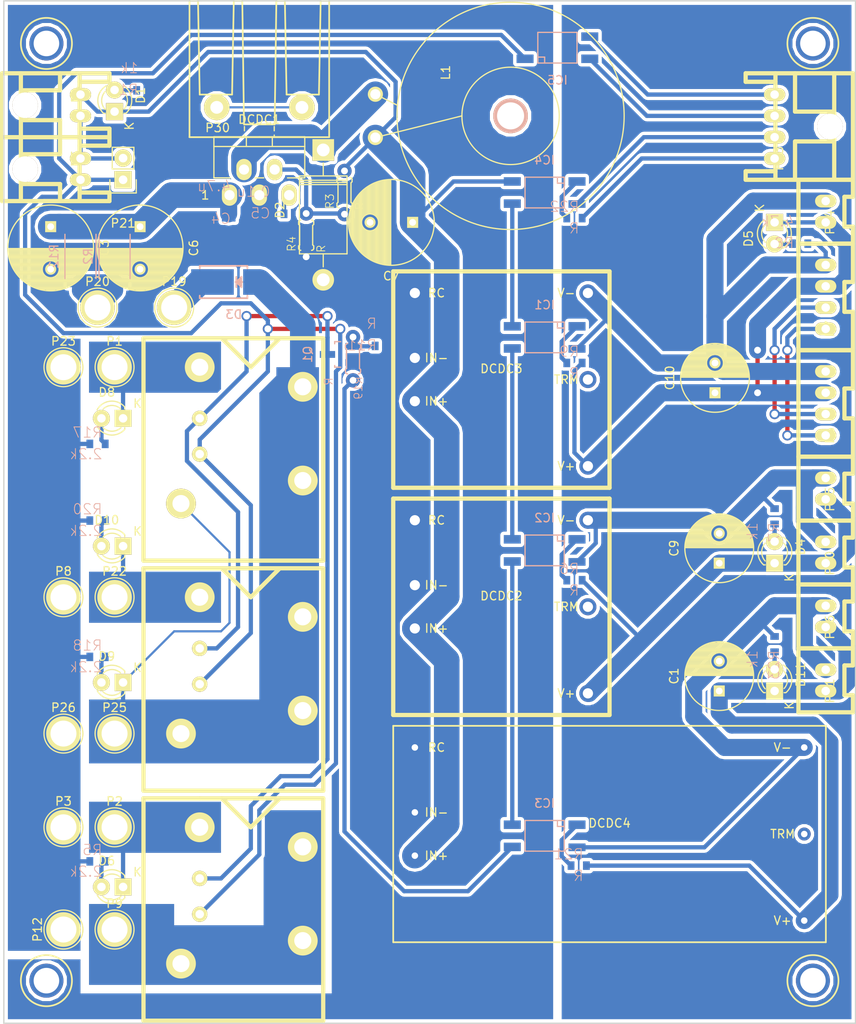
<source format=kicad_pcb>
(kicad_pcb (version 4) (host pcbnew 4.0.4-stable)
  (layers (0 F.Cu signal) (31 B.Cu signal) (34 B.Paste user) (35 F.Paste user) (36 B.SilkS user) (37 F.SilkS user) (38 B.Mask user) (39 F.Mask user) (44 Edge.Cuts user))
  (net 0 "")
  (net 1 GNDPWR)
  (net 2 +BATT)
  (net 3 "Net-(C3-Pad1)")
  (net 4 "Net-(C5-Pad2)")
  (net 5 /5V)
  (net 6 "Net-(D1-Pad2)")
  (net 7 "Net-(D4-Pad2)")
  (net 8 "Net-(D5-Pad2)")
  (net 9 "Net-(DCDC1-Pad4)")
  (net 10 "Net-(IC2-Pad1)")
  (net 11 "Net-(D3-Pad1)")
  (net 12 "Net-(D2-Pad1)")
  (net 13 "Net-(D8-Pad1)")
  (net 14 "Net-(D8-Pad2)")
  (net 15 "Net-(D9-Pad2)")
  (net 16 "Net-(P20-Pad1)")
  (net 17 /15V)
  (net 18 /5V_GND)
  (net 19 "Net-(IC1-Pad1)")
  (net 20 "Net-(IC1-Pad3)")
  (net 21 "Net-(P21-Pad2)")
  (net 22 "Net-(Q1-PadG)")
  (net 23 "Net-(D10-Pad1)")
  (net 24 "Net-(D10-Pad2)")
  (net 25 "Net-(D11-Pad2)")
  (net 26 "Net-(IC3-Pad1)")
  (net 27 "Net-(IC4-Pad1)")
  (net 28 "Net-(IC4-Pad2)")
  (net 29 /POWER_EN_HIGH)
  (net 30 "Net-(P6-Pad3)")
  (net 31 "Net-(P6-Pad4)")
  (net 32 /POWER_EN_LOW)
  (net 33 "Net-(P30-Pad1)")
  (net 34 "Net-(IC1-Pad4)")
  (net 35 /12V_RasPi_GND)
  (net 36 /12V_RasPi)
  (net 37 /12V_CAN_GND)
  (net 38 /12V_CAN)
  (net 39 "Net-(D6-Pad1)")
  (net 40 "Net-(D6-Pad2)")
  (net 41 "Net-(P9-Pad1)")
  (net 42 "Net-(IC5-Pad4)")
  (net 43 "Net-(IC5-Pad3)")
  (net 44 "Net-(P13-Pad1)")
  (net 45 "Net-(IC2-Pad3)")
  (net 46 "Net-(IC3-Pad3)")
  (module Relays_ThroughHole:V23076-A3001-D142 (layer F.Cu) (at 23 70 90)
    (fp_text reference U1 (at 0 0.5 90) (layer F.SilkS))
    (fp_text value V23076-D3001-D142)
    (pad 5 thru_hole circle (at 0 0 90) (size 3.5 3.5) (drill 2) (layers *.Cu *.Mask F.SilkS) (net 23 "Net-(D10-Pad1)"))
    (pad 2 thru_hole circle (at -10.2 0 90) (size 1.8 1.8) (drill 1) (layers *.Cu *.Mask F.SilkS) (net 29 /POWER_EN_HIGH))
    (pad 1 thru_hole circle (at -6 0 90) (size 1.8 1.8) (drill 1) (layers *.Cu *.Mask F.SilkS) (net 32 /POWER_EN_LOW))
    (pad 4 thru_hole circle (at -16 -2.2 90) (size 3.5 3.5) (drill 2) (layers *.Cu *.Mask F.SilkS) (net 2 +BATT))
    (pad 4 thru_hole circle (at -2.3 12.1 90) (size 3.5 3.5) (drill 2) (layers *.Cu *.Mask F.SilkS) (net 2 +BATT))
    (pad 4 thru_hole circle (at -13.3 12.1 90) (size 3.5 3.5) (drill 2) (layers *.Cu *.Mask F.SilkS) (net 2 +BATT))
  )
  (module Converters_DCDC_ACDC:MGS15 (layer F.Cu) (at 58.42 71.12 180)
    (fp_text reference DCDC2 (at 0 1.27 180) (layer F.SilkS))
    (fp_text value MGS15)
    (fp_text user RC (at 7.62 10.16 180) (layer F.SilkS))
    (fp_text user IN- (at 7.62 2.54 180) (layer F.SilkS))
    (fp_text user IN+ (at 7.62 -2.54 180) (layer F.SilkS))
    (fp_text user V- (at -7.62 10.16 180) (layer F.SilkS))
    (fp_text user TRM (at -7.62 0 180) (layer F.SilkS))
    (fp_text user V+ (at -7.62 -10.16 180) (layer F.SilkS))
    (pad 6 thru_hole circle (at 10.16 -2.54 180) (size 2 2) (drill 1.2) (layers *.Cu *.Mask) (net 17 /15V))
    (pad 5 thru_hole circle (at 10.16 2.54 180) (size 2 2) (drill 1.2) (layers *.Cu *.Mask) (net 1 GNDPWR))
    (pad 4 thru_hole circle (at 10.16 10.16 180) (size 2 2) (drill 1.2) (layers *.Cu *.Mask) (net 1 GNDPWR))
    (pad 3 thru_hole circle (at -10.16 10.16 180) (size 2 2) (drill 1.2) (layers *.Cu *.Mask) (net 18 /5V_GND))
    (pad 2 thru_hole circle (at -10.16 0 180) (size 2 2) (drill 1.2) (layers *.Cu *.Mask))
    (pad 1 thru_hole circle (at -10.16 -10.16 180) (size 2 2) (drill 1.2) (layers *.Cu *.Mask) (net 5 /5V))
  )
  (module Relays_ThroughHole:V23076-A3001-D142 (layer F.Cu) (at 23 43 90)
    (fp_text reference U3 (at 0 0.5 90) (layer F.SilkS))
    (fp_text value V23076-D3001-D142)
    (pad 5 thru_hole circle (at 0 0 90) (size 3.5 3.5) (drill 2) (layers *.Cu *.Mask F.SilkS) (net 13 "Net-(D8-Pad1)"))
    (pad 2 thru_hole circle (at -10.2 0 90) (size 1.8 1.8) (drill 1) (layers *.Cu *.Mask F.SilkS) (net 29 /POWER_EN_HIGH))
    (pad 1 thru_hole circle (at -6 0 90) (size 1.8 1.8) (drill 1) (layers *.Cu *.Mask F.SilkS) (net 32 /POWER_EN_LOW))
    (pad 4 thru_hole circle (at -16 -2.2 90) (size 3.5 3.5) (drill 2) (layers *.Cu *.Mask F.SilkS) (net 2 +BATT))
    (pad 4 thru_hole circle (at -2.3 12.1 90) (size 3.5 3.5) (drill 2) (layers *.Cu *.Mask F.SilkS) (net 2 +BATT))
    (pad 4 thru_hole circle (at -13.3 12.1 90) (size 3.5 3.5) (drill 2) (layers *.Cu *.Mask F.SilkS) (net 2 +BATT))
  )
  (module RP_KiCAD_Connector:XA_2LC (layer F.Cu) (at 9 11 270)
    (fp_text reference P4 (at 0 0.5 270) (layer F.SilkS))
    (fp_text value CONN_01X02)
    (pad 1 thru_hole oval (at 0 0 270) (size 1.5 2.5) (drill 1) (layers *.Cu *.Mask F.SilkS) (net 17 /15V))
    (pad 2 thru_hole oval (at 2.5 0 270) (size 1.5 2.5) (drill 1) (layers *.Cu *.Mask F.SilkS) (net 21 "Net-(P21-Pad2)"))
    (pad "" thru_hole circle (at 1.25 6.5 270) (size 3 3) (drill 3) (layers *.Cu *.Mask F.SilkS) (clearance -0.3))
  )
  (module RP_KiCAD_Libs:C3216 (layer B.Cu) (at 28 25)
    (fp_text reference C4 (at -1.27 1.27) (layer B.SilkS) (effects (font (size 1.2065 1.2065) (thickness 0.1016)) (justify left bottom mirror)))
    (fp_text value 4.7u (at -1.27 -2.54) (layer B.SilkS) (effects (font (size 1.2065 1.2065) (thickness 0.1016)) (justify left bottom mirror)))
    (pad 1 smd rect (at -1.6 0) (size 1.6 1.8) (layers B.Cu B.Paste B.Mask) (net 3 "Net-(C3-Pad1)"))
    (pad 2 smd rect (at 1.6 0) (size 1.6 1.8) (layers B.Cu B.Paste B.Mask) (net 1 GNDPWR))
  )
  (module RP_KiCAD_Libs:C1608_WP (layer B.Cu) (at 32 25)
    (fp_text reference C5 (at -0.635 0.635) (layer B.SilkS) (effects (font (size 1.2065 1.2065) (thickness 0.1016)) (justify left bottom mirror)))
    (fp_text value 0.1u (at -0.635 -1.905) (layer B.SilkS) (effects (font (size 1.2065 1.2065) (thickness 0.1016)) (justify left bottom mirror)))
    (pad 1 smd rect (at -0.9 0) (size 0.8 1) (layers B.Cu B.Paste B.Mask) (net 1 GNDPWR))
    (pad 2 smd rect (at 0.9 0) (size 0.8 1) (layers B.Cu B.Paste B.Mask) (net 4 "Net-(C5-Pad2)"))
  )
  (module Capacitors_ThroughHole:C_Radial_D10_L20_P5 (layer F.Cu) (at 48 26 180)
    (fp_text reference C7 (at 2.5 -6.3 180) (layer F.SilkS))
    (fp_text value 1000u)
    (pad 1 thru_hole rect (at 0 0 180) (size 1.3 1.3) (drill 0.8) (layers *.Cu *.Mask F.SilkS) (net 17 /15V))
    (pad 2 thru_hole circle (at 5 0 180) (size 1.3 1.3) (drill 0.8) (layers *.Cu *.Mask F.SilkS) (net 1 GNDPWR))
  )
  (module LEDs:LED-3MM (layer F.Cu) (at 13 13 90)
    (fp_text reference D1 (at 1.91 3.06 90) (layer F.SilkS))
    (fp_text value LED)
    (fp_text user K (at -1.69 1.74 90) (layer F.SilkS))
    (pad 1 thru_hole rect (at 0 0 180) (size 2 2) (drill 1.00076) (layers *.Cu *.Mask F.SilkS) (net 17 /15V))
    (pad 2 thru_hole circle (at 2.54 0 90) (size 2 2) (drill 1.00076) (layers *.Cu *.Mask F.SilkS) (net 6 "Net-(D1-Pad2)"))
  )
  (module LEDs:LED-3MM (layer F.Cu) (at 90.5 66 90)
    (fp_text reference D4 (at 1.91 3.06 90) (layer F.SilkS))
    (fp_text value LED)
    (fp_text user K (at -1.69 1.74 90) (layer F.SilkS))
    (pad 1 thru_hole rect (at 0 0 180) (size 2 2) (drill 1.00076) (layers *.Cu *.Mask F.SilkS) (net 5 /5V))
    (pad 2 thru_hole circle (at 2.54 0 90) (size 2 2) (drill 1.00076) (layers *.Cu *.Mask F.SilkS) (net 7 "Net-(D4-Pad2)"))
  )
  (module LEDs:LED-3MM (layer F.Cu) (at 90.5 26 270)
    (fp_text reference D5 (at 1.91 3.06 270) (layer F.SilkS))
    (fp_text value LED)
    (fp_text user K (at -1.69 1.74 270) (layer F.SilkS))
    (pad 1 thru_hole rect (at 0 0) (size 2 2) (drill 1.00076) (layers *.Cu *.Mask F.SilkS) (net 38 /12V_CAN))
    (pad 2 thru_hole circle (at 2.54 0 270) (size 2 2) (drill 1.00076) (layers *.Cu *.Mask F.SilkS) (net 8 "Net-(D5-Pad2)"))
  )
  (module LEDs:LED-3MM (layer F.Cu) (at 14 49 180)
    (fp_text reference D8 (at 1.91 3.06 180) (layer F.SilkS))
    (fp_text value LED)
    (fp_text user K (at -1.69 1.74 180) (layer F.SilkS))
    (pad 1 thru_hole rect (at 0 0 270) (size 2 2) (drill 1.00076) (layers *.Cu *.Mask F.SilkS) (net 13 "Net-(D8-Pad1)"))
    (pad 2 thru_hole circle (at 2.54 0 180) (size 2 2) (drill 1.00076) (layers *.Cu *.Mask F.SilkS) (net 14 "Net-(D8-Pad2)"))
  )
  (module LEDs:LED-3MM (layer F.Cu) (at 14 80 180)
    (fp_text reference D9 (at 1.91 3.06 180) (layer F.SilkS))
    (fp_text value LED)
    (fp_text user K (at -1.69 1.74 180) (layer F.SilkS))
    (pad 1 thru_hole rect (at 0 0 270) (size 2 2) (drill 1.00076) (layers *.Cu *.Mask F.SilkS) (net 2 +BATT))
    (pad 2 thru_hole circle (at 2.54 0 180) (size 2 2) (drill 1.00076) (layers *.Cu *.Mask F.SilkS) (net 15 "Net-(D9-Pad2)"))
  )
  (module LEDs:LED-3MM (layer F.Cu) (at 14 64 180)
    (fp_text reference D10 (at 1.91 3.06 180) (layer F.SilkS))
    (fp_text value LED)
    (fp_text user K (at -1.69 1.74 180) (layer F.SilkS))
    (pad 1 thru_hole rect (at 0 0 270) (size 2 2) (drill 1.00076) (layers *.Cu *.Mask F.SilkS) (net 23 "Net-(D10-Pad1)"))
    (pad 2 thru_hole circle (at 2.54 0 180) (size 2 2) (drill 1.00076) (layers *.Cu *.Mask F.SilkS) (net 24 "Net-(D10-Pad2)"))
  )
  (module LEDs:LED-3MM (layer F.Cu) (at 90.5 81 90)
    (fp_text reference D11 (at 1.91 3.06 90) (layer F.SilkS))
    (fp_text value LED)
    (fp_text user K (at -1.69 1.74 90) (layer F.SilkS))
    (pad 1 thru_hole rect (at 0 0 180) (size 2 2) (drill 1.00076) (layers *.Cu *.Mask F.SilkS) (net 36 /12V_RasPi))
    (pad 2 thru_hole circle (at 2.54 0 90) (size 2 2) (drill 1.00076) (layers *.Cu *.Mask F.SilkS) (net 25 "Net-(D11-Pad2)"))
  )
  (module TO_SOT_Packages_THT:Pentawatt_Neutral_Staggered_Verical_TO220-5-T05D (layer F.Cu) (at 30 19)
    (fp_text reference DCDC1 (at 0 -5.08) (layer F.SilkS))
    (fp_text value SI-8008HFE)
    (fp_text user 1 (at -6.35 3.81) (layer F.SilkS))
    (pad 3 thru_hole oval (at 0 3.79984 90) (size 2.49936 1.80086) (drill 1.19888) (layers *.Cu *.Mask F.SilkS) (net 1 GNDPWR))
    (pad 1 thru_hole oval (at -3.50012 3.79984 90) (size 2.49936 1.80086) (drill 1.19888) (layers *.Cu *.Mask F.SilkS) (net 3 "Net-(C3-Pad1)"))
    (pad 5 thru_hole oval (at 3.50012 3.79984 90) (size 2.49936 1.80086) (drill 1.19888) (layers *.Cu *.Mask F.SilkS) (net 4 "Net-(C5-Pad2)"))
    (pad 4 thru_hole oval (at 1.80086 0.8001 90) (size 2.49936 1.80086) (drill 1.19888) (layers *.Cu *.Mask F.SilkS) (net 9 "Net-(DCDC1-Pad4)"))
    (pad 2 thru_hole oval (at -1.80086 0.8001 90) (size 2.49936 1.80086) (drill 1.19888) (layers *.Cu *.Mask F.SilkS) (net 12 "Net-(D2-Pad1)"))
  )
  (module Converters_DCDC_ACDC:MGS15 (layer F.Cu) (at 58.42 44.45 180)
    (fp_text reference DCDC3 (at 0 1.27 180) (layer F.SilkS))
    (fp_text value MGS15)
    (fp_text user RC (at 7.62 10.16 180) (layer F.SilkS))
    (fp_text user IN- (at 7.62 2.54 180) (layer F.SilkS))
    (fp_text user IN+ (at 7.62 -2.54 180) (layer F.SilkS))
    (fp_text user V- (at -7.62 10.16 180) (layer F.SilkS))
    (fp_text user TRM (at -7.62 0 180) (layer F.SilkS))
    (fp_text user V+ (at -7.62 -10.16 180) (layer F.SilkS))
    (pad 6 thru_hole circle (at 10.16 -2.54 180) (size 2 2) (drill 1.2) (layers *.Cu *.Mask) (net 17 /15V))
    (pad 5 thru_hole circle (at 10.16 2.54 180) (size 2 2) (drill 1.2) (layers *.Cu *.Mask) (net 1 GNDPWR))
    (pad 4 thru_hole circle (at 10.16 10.16 180) (size 2 2) (drill 1.2) (layers *.Cu *.Mask) (net 1 GNDPWR))
    (pad 3 thru_hole circle (at -10.16 10.16 180) (size 2 2) (drill 1.2) (layers *.Cu *.Mask) (net 37 /12V_CAN_GND))
    (pad 2 thru_hole circle (at -10.16 0 180) (size 2 2) (drill 1.2) (layers *.Cu *.Mask))
    (pad 1 thru_hole circle (at -10.16 -10.16 180) (size 2 2) (drill 1.2) (layers *.Cu *.Mask) (net 38 /12V_CAN))
  )
  (module Connect:1pin (layer F.Cu) (at 13 43)
    (fp_text reference P1 (at 0 -3.048) (layer F.SilkS))
    (fp_text value CONN_01X01)
    (pad 1 thru_hole circle (at 0 0) (size 4.064 4.064) (drill 3.048) (layers *.Cu *.Mask F.SilkS) (net 13 "Net-(D8-Pad1)"))
  )
  (module RP_KiCAD_Connector:XA_2LC (layer F.Cu) (at 9 18.5 270)
    (fp_text reference P5 (at 0 0.5 270) (layer F.SilkS))
    (fp_text value CONN_01X02)
    (pad 1 thru_hole oval (at 0 0 270) (size 1.5 2.5) (drill 1) (layers *.Cu *.Mask F.SilkS) (net 21 "Net-(P21-Pad2)"))
    (pad 2 thru_hole oval (at 2.5 0 270) (size 1.5 2.5) (drill 1) (layers *.Cu *.Mask F.SilkS) (net 29 /POWER_EN_HIGH))
    (pad "" thru_hole circle (at 1.25 6.5 270) (size 3 3) (drill 3) (layers *.Cu *.Mask F.SilkS) (clearance -0.3))
  )
  (module Connect:1pin (layer F.Cu) (at 7 70)
    (fp_text reference P8 (at 0 -3.048) (layer F.SilkS))
    (fp_text value CONN_01X01)
    (pad 1 thru_hole circle (at 0 0) (size 4.064 4.064) (drill 3.048) (layers *.Cu *.Mask F.SilkS) (net 1 GNDPWR))
  )
  (module Connect:1pin (layer F.Cu) (at 20 36)
    (fp_text reference P19 (at 0 -3.048) (layer F.SilkS))
    (fp_text value CONN_01X01)
    (pad 1 thru_hole circle (at 0 0) (size 4.064 4.064) (drill 3.048) (layers *.Cu *.Mask F.SilkS) (net 11 "Net-(D3-Pad1)"))
  )
  (module Connect:1pin (layer F.Cu) (at 11 36)
    (fp_text reference P20 (at 0 -3.048) (layer F.SilkS))
    (fp_text value CONN_01X01)
    (pad 1 thru_hole circle (at 0 0) (size 4.064 4.064) (drill 3.048) (layers *.Cu *.Mask F.SilkS) (net 16 "Net-(P20-Pad1)"))
  )
  (module Pin_Headers:Pin_Header_Straight_1x02 (layer F.Cu) (at 14 21 180)
    (fp_text reference P21 (at 0 -5.1 180) (layer F.SilkS))
    (fp_text value CONN_01X02)
    (pad 1 thru_hole rect (at 0 0 180) (size 2.032 2.032) (drill 1.016) (layers *.Cu *.Mask F.SilkS) (net 29 /POWER_EN_HIGH))
    (pad 2 thru_hole oval (at 0 2.54 180) (size 2.032 2.032) (drill 1.016) (layers *.Cu *.Mask F.SilkS) (net 21 "Net-(P21-Pad2)"))
  )
  (module Connect:1pin (layer F.Cu) (at 13 70)
    (fp_text reference P22 (at 0 -3.048) (layer F.SilkS))
    (fp_text value CONN_01X01)
    (pad 1 thru_hole circle (at 0 0) (size 4.064 4.064) (drill 3.048) (layers *.Cu *.Mask F.SilkS) (net 23 "Net-(D10-Pad1)"))
  )
  (module Connect:1pin (layer F.Cu) (at 7 43)
    (fp_text reference P23 (at 0 -3.048) (layer F.SilkS))
    (fp_text value CONN_01X01)
    (pad 1 thru_hole circle (at 0 0) (size 4.064 4.064) (drill 3.048) (layers *.Cu *.Mask F.SilkS) (net 1 GNDPWR))
  )
  (module Connect:1pin (layer F.Cu) (at 13 86)
    (fp_text reference P25 (at 0 -3.048) (layer F.SilkS))
    (fp_text value CONN_01X01)
    (pad 1 thru_hole circle (at 0 0) (size 4.064 4.064) (drill 3.048) (layers *.Cu *.Mask F.SilkS) (net 2 +BATT))
  )
  (module Connect:1pin (layer F.Cu) (at 7 86)
    (fp_text reference P26 (at 0 -3.048) (layer F.SilkS))
    (fp_text value CONN_01X01)
    (pad 1 thru_hole circle (at 0 0) (size 4.064 4.064) (drill 3.048) (layers *.Cu *.Mask F.SilkS) (net 1 GNDPWR))
  )
  (module RP_KiCAD_Libs:C1608_WP (layer B.Cu) (at 16.5 10.5)
    (fp_text reference R1 (at -0.635 0.635) (layer B.SilkS) (effects (font (size 1.2065 1.2065) (thickness 0.1016)) (justify left bottom mirror)))
    (fp_text value 1k (at -0.635 -1.905) (layer B.SilkS) (effects (font (size 1.2065 1.2065) (thickness 0.1016)) (justify left bottom mirror)))
    (pad 1 smd rect (at -0.9 0) (size 0.8 1) (layers B.Cu B.Paste B.Mask) (net 6 "Net-(D1-Pad2)"))
    (pad 2 smd rect (at 0.9 0) (size 0.8 1) (layers B.Cu B.Paste B.Mask) (net 1 GNDPWR))
  )
  (module Resistors_SMD:R_2512 (layer B.Cu) (at 13 30 270)
    (fp_text reference R2 (at 0 3.1 270) (layer B.SilkS) (effects (justify mirror)))
    (fp_text value 8.2)
    (pad 1 smd rect (at -3.1 0 270) (size 1 3.2) (layers B.Cu B.Paste B.Mask) (net 3 "Net-(C3-Pad1)"))
    (pad 2 smd rect (at 3.1 0 270) (size 1 3.2) (layers B.Cu B.Paste B.Mask) (net 16 "Net-(P20-Pad1)"))
  )
  (module RP_KiCAD_Libs:C1608_WP (layer B.Cu) (at 67 68 180)
    (fp_text reference R6 (at -0.635 0.635 180) (layer B.SilkS) (effects (font (size 1.2065 1.2065) (thickness 0.1016)) (justify left bottom mirror)))
    (fp_text value R (at -0.635 -1.905 180) (layer B.SilkS) (effects (font (size 1.2065 1.2065) (thickness 0.1016)) (justify left bottom mirror)))
    (pad 1 smd rect (at -0.9 0 180) (size 0.8 1) (layers B.Cu B.Paste B.Mask) (net 5 /5V))
    (pad 2 smd rect (at 0.9 0 180) (size 0.8 1) (layers B.Cu B.Paste B.Mask) (net 10 "Net-(IC2-Pad1)"))
  )
  (module RP_KiCAD_Libs:C1608_WP (layer B.Cu) (at 90.5 60.5 90)
    (fp_text reference R7 (at -0.635 0.635 90) (layer B.SilkS) (effects (font (size 1.2065 1.2065) (thickness 0.1016)) (justify left bottom mirror)))
    (fp_text value 1k (at -0.635 -1.905 90) (layer B.SilkS) (effects (font (size 1.2065 1.2065) (thickness 0.1016)) (justify left bottom mirror)))
    (pad 1 smd rect (at -0.9 0 90) (size 0.8 1) (layers B.Cu B.Paste B.Mask) (net 7 "Net-(D4-Pad2)"))
    (pad 2 smd rect (at 0.9 0 90) (size 0.8 1) (layers B.Cu B.Paste B.Mask) (net 18 /5V_GND))
  )
  (module RP_KiCAD_Libs:C1608_WP (layer B.Cu) (at 93.5 28.5)
    (fp_text reference R8 (at -0.635 0.635) (layer B.SilkS) (effects (font (size 1.2065 1.2065) (thickness 0.1016)) (justify left bottom mirror)))
    (fp_text value 4.7k (at -0.635 -1.905) (layer B.SilkS) (effects (font (size 1.2065 1.2065) (thickness 0.1016)) (justify left bottom mirror)))
    (pad 1 smd rect (at -0.9 0) (size 0.8 1) (layers B.Cu B.Paste B.Mask) (net 8 "Net-(D5-Pad2)"))
    (pad 2 smd rect (at 0.9 0) (size 0.8 1) (layers B.Cu B.Paste B.Mask) (net 37 /12V_CAN_GND))
  )
  (module RP_KiCAD_Libs:C1608_WP (layer B.Cu) (at 67 42.5 180)
    (fp_text reference R9 (at -0.635 0.635 180) (layer B.SilkS) (effects (font (size 1.2065 1.2065) (thickness 0.1016)) (justify left bottom mirror)))
    (fp_text value R (at -0.635 -1.905 180) (layer B.SilkS) (effects (font (size 1.2065 1.2065) (thickness 0.1016)) (justify left bottom mirror)))
    (pad 1 smd rect (at -0.9 0 180) (size 0.8 1) (layers B.Cu B.Paste B.Mask) (net 38 /12V_CAN))
    (pad 2 smd rect (at 0.9 0 180) (size 0.8 1) (layers B.Cu B.Paste B.Mask) (net 19 "Net-(IC1-Pad1)"))
  )
  (module RP_KiCAD_Libs:C1608_WP (layer B.Cu) (at 44.5 40.5)
    (fp_text reference R11 (at -0.635 0.635) (layer B.SilkS) (effects (font (size 1.2065 1.2065) (thickness 0.1016)) (justify left bottom mirror)))
    (fp_text value R (at -0.635 -1.905) (layer B.SilkS) (effects (font (size 1.2065 1.2065) (thickness 0.1016)) (justify left bottom mirror)))
    (pad 1 smd rect (at -0.9 0) (size 0.8 1) (layers B.Cu B.Paste B.Mask) (net 22 "Net-(Q1-PadG)"))
    (pad 2 smd rect (at 0.9 0) (size 0.8 1) (layers B.Cu B.Paste B.Mask) (net 1 GNDPWR))
  )
  (module Resistors_SMD:R_2512 (layer B.Cu) (at 9 30 270)
    (fp_text reference R12 (at 0 3.1 270) (layer B.SilkS) (effects (justify mirror)))
    (fp_text value 8.2)
    (pad 1 smd rect (at -3.1 0 270) (size 1 3.2) (layers B.Cu B.Paste B.Mask) (net 3 "Net-(C3-Pad1)"))
    (pad 2 smd rect (at 3.1 0 270) (size 1 3.2) (layers B.Cu B.Paste B.Mask) (net 16 "Net-(P20-Pad1)"))
  )
  (module RP_KiCAD_Libs:C1608_WP (layer B.Cu) (at 11 52 180)
    (fp_text reference R17 (at -0.635 0.635 180) (layer B.SilkS) (effects (font (size 1.2065 1.2065) (thickness 0.1016)) (justify left bottom mirror)))
    (fp_text value 2.2k (at -0.635 -1.905 180) (layer B.SilkS) (effects (font (size 1.2065 1.2065) (thickness 0.1016)) (justify left bottom mirror)))
    (pad 1 smd rect (at -0.9 0 180) (size 0.8 1) (layers B.Cu B.Paste B.Mask) (net 14 "Net-(D8-Pad2)"))
    (pad 2 smd rect (at 0.9 0 180) (size 0.8 1) (layers B.Cu B.Paste B.Mask) (net 1 GNDPWR))
  )
  (module RP_KiCAD_Libs:C1608_WP (layer B.Cu) (at 11 77 180)
    (fp_text reference R18 (at -0.635 0.635 180) (layer B.SilkS) (effects (font (size 1.2065 1.2065) (thickness 0.1016)) (justify left bottom mirror)))
    (fp_text value 2.2k (at -0.635 -1.905 180) (layer B.SilkS) (effects (font (size 1.2065 1.2065) (thickness 0.1016)) (justify left bottom mirror)))
    (pad 1 smd rect (at -0.9 0 180) (size 0.8 1) (layers B.Cu B.Paste B.Mask) (net 15 "Net-(D9-Pad2)"))
    (pad 2 smd rect (at 0.9 0 180) (size 0.8 1) (layers B.Cu B.Paste B.Mask) (net 1 GNDPWR))
  )
  (module RP_KiCAD_Libs:C1608_WP (layer B.Cu) (at 11 61 180)
    (fp_text reference R20 (at -0.635 0.635 180) (layer B.SilkS) (effects (font (size 1.2065 1.2065) (thickness 0.1016)) (justify left bottom mirror)))
    (fp_text value 2.2k (at -0.635 -1.905 180) (layer B.SilkS) (effects (font (size 1.2065 1.2065) (thickness 0.1016)) (justify left bottom mirror)))
    (pad 1 smd rect (at -0.9 0 180) (size 0.8 1) (layers B.Cu B.Paste B.Mask) (net 24 "Net-(D10-Pad2)"))
    (pad 2 smd rect (at 0.9 0 180) (size 0.8 1) (layers B.Cu B.Paste B.Mask) (net 1 GNDPWR))
  )
  (module RP_KiCAD_Libs:C1608_WP (layer B.Cu) (at 67.5 101.5 180)
    (fp_text reference R21 (at -0.635 0.635 180) (layer B.SilkS) (effects (font (size 1.2065 1.2065) (thickness 0.1016)) (justify left bottom mirror)))
    (fp_text value R (at -0.635 -1.905 180) (layer B.SilkS) (effects (font (size 1.2065 1.2065) (thickness 0.1016)) (justify left bottom mirror)))
    (pad 1 smd rect (at -0.9 0 180) (size 0.8 1) (layers B.Cu B.Paste B.Mask) (net 36 /12V_RasPi))
    (pad 2 smd rect (at 0.9 0 180) (size 0.8 1) (layers B.Cu B.Paste B.Mask) (net 26 "Net-(IC3-Pad1)"))
  )
  (module RP_KiCAD_Libs:C1608_WP (layer B.Cu) (at 67 25.5 180)
    (fp_text reference R22 (at -0.635 0.635 180) (layer B.SilkS) (effects (font (size 1.2065 1.2065) (thickness 0.1016)) (justify left bottom mirror)))
    (fp_text value R (at -0.635 -1.905 180) (layer B.SilkS) (effects (font (size 1.2065 1.2065) (thickness 0.1016)) (justify left bottom mirror)))
    (pad 1 smd rect (at -0.9 0 180) (size 0.8 1) (layers B.Cu B.Paste B.Mask) (net 44 "Net-(P13-Pad1)"))
    (pad 2 smd rect (at 0.9 0 180) (size 0.8 1) (layers B.Cu B.Paste B.Mask) (net 27 "Net-(IC4-Pad1)"))
  )
  (module RP_KiCAD_Libs:C1608_WP (layer B.Cu) (at 90.5 75.5 90)
    (fp_text reference R23 (at -0.635 0.635 90) (layer B.SilkS) (effects (font (size 1.2065 1.2065) (thickness 0.1016)) (justify left bottom mirror)))
    (fp_text value 1k (at -0.635 -1.905 90) (layer B.SilkS) (effects (font (size 1.2065 1.2065) (thickness 0.1016)) (justify left bottom mirror)))
    (pad 1 smd rect (at -0.9 0 90) (size 0.8 1) (layers B.Cu B.Paste B.Mask) (net 25 "Net-(D11-Pad2)"))
    (pad 2 smd rect (at 0.9 0 90) (size 0.8 1) (layers B.Cu B.Paste B.Mask) (net 35 /12V_RasPi_GND))
  )
  (module Opto-Devices:Optocoupler_SMD_HandSoldering_KPC357_LTV35x_PC357_SingleChannel (layer B.Cu) (at 63.5 39.5 180)
    (fp_text reference IC1 (at 0 3.81 180) (layer B.SilkS) (effects (justify mirror)))
    (fp_text value PC817)
    (pad 2 smd rect (at -3.79984 -1.34874 180) (size 1.99898 0.89916) (layers B.Cu B.Paste B.Mask) (net 37 /12V_CAN_GND))
    (pad 1 smd rect (at -3.79984 1.30048 180) (size 1.99898 1.00076) (layers B.Cu B.Paste B.Mask) (net 19 "Net-(IC1-Pad1)"))
    (pad 4 smd rect (at 3.79984 1.30048 180) (size 1.99898 1.00076) (layers B.Cu B.Paste B.Mask) (net 34 "Net-(IC1-Pad4)"))
    (pad 3 smd rect (at 3.79984 -1.30048 180) (size 1.99898 1.00076) (layers B.Cu B.Paste B.Mask) (net 20 "Net-(IC1-Pad3)"))
  )
  (module Opto-Devices:Optocoupler_SMD_HandSoldering_KPC357_LTV35x_PC357_SingleChannel (layer B.Cu) (at 63.5 64.5 180)
    (fp_text reference IC2 (at 0 3.81 180) (layer B.SilkS) (effects (justify mirror)))
    (fp_text value PC817)
    (pad 2 smd rect (at -3.79984 -1.34874 180) (size 1.99898 0.89916) (layers B.Cu B.Paste B.Mask) (net 18 /5V_GND))
    (pad 1 smd rect (at -3.79984 1.30048 180) (size 1.99898 1.00076) (layers B.Cu B.Paste B.Mask) (net 10 "Net-(IC2-Pad1)"))
    (pad 4 smd rect (at 3.79984 1.30048 180) (size 1.99898 1.00076) (layers B.Cu B.Paste B.Mask) (net 20 "Net-(IC1-Pad3)"))
    (pad 3 smd rect (at 3.79984 -1.30048 180) (size 1.99898 1.00076) (layers B.Cu B.Paste B.Mask) (net 45 "Net-(IC2-Pad3)"))
  )
  (module Opto-Devices:Optocoupler_SMD_HandSoldering_KPC357_LTV35x_PC357_SingleChannel (layer B.Cu) (at 63.5 98 180)
    (fp_text reference IC3 (at 0 3.81 180) (layer B.SilkS) (effects (justify mirror)))
    (fp_text value PC817)
    (pad 2 smd rect (at -3.79984 -1.34874 180) (size 1.99898 0.89916) (layers B.Cu B.Paste B.Mask) (net 35 /12V_RasPi_GND))
    (pad 1 smd rect (at -3.79984 1.30048 180) (size 1.99898 1.00076) (layers B.Cu B.Paste B.Mask) (net 26 "Net-(IC3-Pad1)"))
    (pad 4 smd rect (at 3.79984 1.30048 180) (size 1.99898 1.00076) (layers B.Cu B.Paste B.Mask) (net 45 "Net-(IC2-Pad3)"))
    (pad 3 smd rect (at 3.79984 -1.30048 180) (size 1.99898 1.00076) (layers B.Cu B.Paste B.Mask) (net 46 "Net-(IC3-Pad3)"))
  )
  (module Opto-Devices:Optocoupler_SMD_HandSoldering_KPC357_LTV35x_PC357_SingleChannel (layer B.Cu) (at 63.5 22.5 180)
    (fp_text reference IC4 (at 0 3.81 180) (layer B.SilkS) (effects (justify mirror)))
    (fp_text value PC817)
    (pad 2 smd rect (at -3.79984 -1.34874 180) (size 1.99898 0.89916) (layers B.Cu B.Paste B.Mask) (net 28 "Net-(IC4-Pad2)"))
    (pad 1 smd rect (at -3.79984 1.30048 180) (size 1.99898 1.00076) (layers B.Cu B.Paste B.Mask) (net 27 "Net-(IC4-Pad1)"))
    (pad 4 smd rect (at 3.79984 1.30048 180) (size 1.99898 1.00076) (layers B.Cu B.Paste B.Mask) (net 17 /15V))
    (pad 3 smd rect (at 3.79984 -1.30048 180) (size 1.99898 1.00076) (layers B.Cu B.Paste B.Mask) (net 34 "Net-(IC1-Pad4)"))
  )
  (module Capacitors_ThroughHole:C_Radial_D8_L11.5_P3.5 (layer F.Cu) (at 84 81 90)
    (fp_text reference C1 (at 1.75 -5.3 90) (layer F.SilkS))
    (fp_text value 1000u)
    (pad 2 thru_hole circle (at 3.5 0 90) (size 1.3 1.3) (drill 0.8) (layers *.Cu *.Mask F.SilkS) (net 35 /12V_RasPi_GND))
    (pad 1 thru_hole rect (at 0 0 90) (size 1.3 1.3) (drill 0.8) (layers *.Cu *.Mask F.SilkS) (net 36 /12V_RasPi))
  )
  (module Capacitors_ThroughHole:C_Radial_D8_L11.5_P3.5 (layer F.Cu) (at 84 66 90)
    (fp_text reference C9 (at 1.75 -5.3 90) (layer F.SilkS))
    (fp_text value 1000u)
    (pad 2 thru_hole circle (at 3.5 0 90) (size 1.3 1.3) (drill 0.8) (layers *.Cu *.Mask F.SilkS) (net 18 /5V_GND))
    (pad 1 thru_hole rect (at 0 0 90) (size 1.3 1.3) (drill 0.8) (layers *.Cu *.Mask F.SilkS) (net 5 /5V))
  )
  (module Capacitors_ThroughHole:C_Radial_D8_L11.5_P3.5 (layer F.Cu) (at 83.5 46 90)
    (fp_text reference C10 (at 1.75 -5.3 90) (layer F.SilkS))
    (fp_text value 1000u)
    (pad 2 thru_hole circle (at 3.5 0 90) (size 1.3 1.3) (drill 0.8) (layers *.Cu *.Mask F.SilkS) (net 37 /12V_CAN_GND))
    (pad 1 thru_hole rect (at 0 0 90) (size 1.3 1.3) (drill 0.8) (layers *.Cu *.Mask F.SilkS) (net 38 /12V_CAN))
  )
  (module Capacitors_ThroughHole:C_Radial_D10_L20_P5 (layer F.Cu) (at 5.5 26.5 270)
    (fp_text reference C3 (at 2.5 -6.3 270) (layer F.SilkS))
    (fp_text value 1000u)
    (pad 1 thru_hole rect (at 0 0 270) (size 1.3 1.3) (drill 0.8) (layers *.Cu *.Mask F.SilkS) (net 3 "Net-(C3-Pad1)"))
    (pad 2 thru_hole circle (at 5 0 270) (size 1.3 1.3) (drill 0.8) (layers *.Cu *.Mask F.SilkS) (net 1 GNDPWR))
  )
  (module Capacitors_ThroughHole:C_Radial_D10_L20_P5 (layer F.Cu) (at 16 26.5 270)
    (fp_text reference C6 (at 2.5 -6.3 270) (layer F.SilkS))
    (fp_text value 1000u)
    (pad 1 thru_hole rect (at 0 0 270) (size 1.3 1.3) (drill 0.8) (layers *.Cu *.Mask F.SilkS) (net 3 "Net-(C3-Pad1)"))
    (pad 2 thru_hole circle (at 5 0 270) (size 1.3 1.3) (drill 0.8) (layers *.Cu *.Mask F.SilkS) (net 1 GNDPWR))
  )
  (module RP_KiCAD_Connector:XA_4T (layer F.Cu) (at 96.5 51 90)
    (fp_text reference P6 (at 0 0.5 90) (layer F.SilkS))
    (fp_text value CONN_01X04)
    (pad 4 thru_hole oval (at 0 0 90) (size 1.5 2.5) (drill 1) (layers *.Cu *.Mask F.SilkS) (net 31 "Net-(P6-Pad4)"))
    (pad 3 thru_hole oval (at 2.5 0 90) (size 1.5 2.5) (drill 1) (layers *.Cu *.Mask F.SilkS) (net 30 "Net-(P6-Pad3)"))
    (pad 2 thru_hole oval (at 5 0 90) (size 1.5 2.5) (drill 1) (layers *.Cu *.Mask F.SilkS) (net 38 /12V_CAN))
    (pad 1 thru_hole oval (at 7.5 0 90) (size 1.5 2.5) (drill 1) (layers *.Cu *.Mask F.SilkS) (net 37 /12V_CAN_GND))
  )
  (module RP_KiCAD_Connector:XA_4T (layer F.Cu) (at 96.5 38.5 90)
    (fp_text reference P7 (at 0 0.5 90) (layer F.SilkS))
    (fp_text value CONN_01X04)
    (pad 4 thru_hole oval (at 0 0 90) (size 1.5 2.5) (drill 1) (layers *.Cu *.Mask F.SilkS) (net 31 "Net-(P6-Pad4)"))
    (pad 3 thru_hole oval (at 2.5 0 90) (size 1.5 2.5) (drill 1) (layers *.Cu *.Mask F.SilkS) (net 30 "Net-(P6-Pad3)"))
    (pad 2 thru_hole oval (at 5 0 90) (size 1.5 2.5) (drill 1) (layers *.Cu *.Mask F.SilkS) (net 38 /12V_CAN))
    (pad 1 thru_hole oval (at 7.5 0 90) (size 1.5 2.5) (drill 1) (layers *.Cu *.Mask F.SilkS) (net 37 /12V_CAN_GND))
  )
  (module RP_KiCAD_Connector:XA_2T (layer F.Cu) (at 96.5 66 90)
    (fp_text reference P10 (at 0 0.5 90) (layer F.SilkS))
    (fp_text value CONN_01X02)
    (pad 2 thru_hole oval (at 0 0 90) (size 1.5 2.5) (drill 1) (layers *.Cu *.Mask F.SilkS) (net 5 /5V))
    (pad 1 thru_hole oval (at 2.5 0 90) (size 1.5 2.5) (drill 1) (layers *.Cu *.Mask F.SilkS) (net 18 /5V_GND))
  )
  (module RP_KiCAD_Connector:XA_2T (layer F.Cu) (at 96.5 81 90)
    (fp_text reference P11 (at 0 0.5 90) (layer F.SilkS))
    (fp_text value CONN_01X02)
    (pad 2 thru_hole oval (at 0 0 90) (size 1.5 2.5) (drill 1) (layers *.Cu *.Mask F.SilkS) (net 36 /12V_RasPi))
    (pad 1 thru_hole oval (at 2.5 0 90) (size 1.5 2.5) (drill 1) (layers *.Cu *.Mask F.SilkS) (net 35 /12V_RasPi_GND))
  )
  (module LEDs:LED-3MM (layer F.Cu) (at 14 104 180)
    (fp_text reference D6 (at 1.91 3.06 180) (layer F.SilkS))
    (fp_text value LED)
    (fp_text user K (at -1.69 1.74 180) (layer F.SilkS))
    (pad 1 thru_hole rect (at 0 0 270) (size 2 2) (drill 1.00076) (layers *.Cu *.Mask F.SilkS) (net 39 "Net-(D6-Pad1)"))
    (pad 2 thru_hole circle (at 2.54 0 180) (size 2 2) (drill 1.00076) (layers *.Cu *.Mask F.SilkS) (net 40 "Net-(D6-Pad2)"))
  )
  (module RP_KiCAD_Libs:MGS30 (layer F.Cu) (at 71.12 97.79 180)
    (fp_text reference DCDC4 (at 0 1.27 180) (layer F.SilkS))
    (fp_text value MGS15)
    (fp_text user RC (at 20.32 10.16 180) (layer F.SilkS))
    (fp_text user IN- (at 20.32 2.54 180) (layer F.SilkS))
    (fp_text user IN+ (at 20.32 -2.54 180) (layer F.SilkS))
    (fp_text user V- (at -20.32 10.16 180) (layer F.SilkS))
    (fp_text user TRM (at -20.32 0 180) (layer F.SilkS))
    (fp_text user V+ (at -20.32 -10.16 180) (layer F.SilkS))
    (pad 6 thru_hole circle (at 22.86 -2.54 180) (size 1.524 1.524) (drill 0.762) (layers *.Cu *.Mask) (net 17 /15V))
    (pad 5 thru_hole circle (at 22.86 2.54 180) (size 1.524 1.524) (drill 0.762) (layers *.Cu *.Mask) (net 1 GNDPWR))
    (pad 4 thru_hole circle (at 22.86 10.16 180) (size 1.524 1.524) (drill 0.762) (layers *.Cu *.Mask) (net 1 GNDPWR))
    (pad 3 thru_hole circle (at -22.86 10.16 180) (size 1.524 1.524) (drill 0.762) (layers *.Cu *.Mask) (net 35 /12V_RasPi_GND))
    (pad 2 thru_hole circle (at -22.86 0 180) (size 1.524 1.524) (drill 0.762) (layers *.Cu *.Mask))
    (pad 1 thru_hole circle (at -22.86 -10.16 180) (size 1.524 1.524) (drill 0.762) (layers *.Cu *.Mask) (net 36 /12V_RasPi))
  )
  (module Connect:1pin (layer F.Cu) (at 13 97)
    (fp_text reference P2 (at 0 -3.048) (layer F.SilkS))
    (fp_text value CONN_01X01)
    (pad 1 thru_hole circle (at 0 0) (size 4.064 4.064) (drill 3.048) (layers *.Cu *.Mask F.SilkS) (net 39 "Net-(D6-Pad1)"))
  )
  (module Connect:1pin (layer F.Cu) (at 7 97)
    (fp_text reference P3 (at 0 -3.048) (layer F.SilkS))
    (fp_text value CONN_01X01)
    (pad 1 thru_hole circle (at 0 0) (size 4.064 4.064) (drill 3.048) (layers *.Cu *.Mask F.SilkS) (net 1 GNDPWR))
  )
  (module Connect:1pin (layer F.Cu) (at 13 109)
    (fp_text reference P9 (at 0 -3.048) (layer F.SilkS))
    (fp_text value CONN_01X01)
    (pad 1 thru_hole circle (at 0 0) (size 4.064 4.064) (drill 3.048) (layers *.Cu *.Mask F.SilkS) (net 41 "Net-(P9-Pad1)"))
  )
  (module Connect:1pin (layer F.Cu) (at 7 109 90)
    (fp_text reference P12 (at 0 -3.048 90) (layer F.SilkS))
    (fp_text value CONN_01X01)
    (pad 1 thru_hole circle (at 0 0 90) (size 4.064 4.064) (drill 3.048) (layers *.Cu *.Mask F.SilkS) (net 1 GNDPWR))
  )
  (module RP_KiCAD_Libs:C1608_WP (layer B.Cu) (at 11 101 180)
    (fp_text reference R5 (at -0.635 0.635 180) (layer B.SilkS) (effects (font (size 1.2065 1.2065) (thickness 0.1016)) (justify left bottom mirror)))
    (fp_text value 2.2k (at -0.635 -1.905 180) (layer B.SilkS) (effects (font (size 1.2065 1.2065) (thickness 0.1016)) (justify left bottom mirror)))
    (pad 1 smd rect (at -0.9 0 180) (size 0.8 1) (layers B.Cu B.Paste B.Mask) (net 40 "Net-(D6-Pad2)"))
    (pad 2 smd rect (at 0.9 0 180) (size 0.8 1) (layers B.Cu B.Paste B.Mask) (net 1 GNDPWR))
  )
  (module Relays_ThroughHole:V23076-A3001-D142 (layer F.Cu) (at 23 97 90)
    (fp_text reference U2 (at 0 0.5 90) (layer F.SilkS))
    (fp_text value V23076-D3001-D142)
    (pad 5 thru_hole circle (at 0 0 90) (size 3.5 3.5) (drill 2) (layers *.Cu *.Mask F.SilkS) (net 39 "Net-(D6-Pad1)"))
    (pad 2 thru_hole circle (at -10.2 0 90) (size 1.8 1.8) (drill 1) (layers *.Cu *.Mask F.SilkS) (net 29 /POWER_EN_HIGH))
    (pad 1 thru_hole circle (at -6 0 90) (size 1.8 1.8) (drill 1) (layers *.Cu *.Mask F.SilkS) (net 32 /POWER_EN_LOW))
    (pad 4 thru_hole circle (at -16 -2.2 90) (size 3.5 3.5) (drill 2) (layers *.Cu *.Mask F.SilkS) (net 41 "Net-(P9-Pad1)"))
    (pad 4 thru_hole circle (at -2.3 12.1 90) (size 3.5 3.5) (drill 2) (layers *.Cu *.Mask F.SilkS) (net 41 "Net-(P9-Pad1)"))
    (pad 4 thru_hole circle (at -13.3 12.1 90) (size 3.5 3.5) (drill 2) (layers *.Cu *.Mask F.SilkS) (net 41 "Net-(P9-Pad1)"))
  )
  (module Choke_Toroid_ThroughHole:Choke_Toroid_horizontal_Diameter26mm (layer F.Cu) (at 59.5 13.5 270)
    (fp_text reference L1 (at -5.08 7.62 270) (layer F.SilkS))
    (fp_text value "100uH 9A")
    (pad 1 thru_hole circle (at -2.54 15.875 270) (size 1.778 1.778) (drill 1.1938) (layers *.Cu *.Mask F.SilkS) (net 12 "Net-(D2-Pad1)"))
    (pad 2 thru_hole circle (at 2.54 15.875 270) (size 1.778 1.778) (drill 1.1938) (layers *.Cu *.Mask F.SilkS) (net 17 /15V))
    (pad "" thru_hole circle (at 0 0 270) (size 4.064 4.064) (drill 3.175) (layers *.Cu *.SilkS *.Mask))
  )
  (module Opto-Devices:Optocoupler_SMD_HandSoldering_KPC357_LTV35x_PC357_SingleChannel (layer B.Cu) (at 65 5.5)
    (fp_text reference IC5 (at 0 3.81) (layer B.SilkS) (effects (justify mirror)))
    (fp_text value PC817)
    (pad 2 smd rect (at -3.79984 -1.34874) (size 1.99898 0.89916) (layers B.Cu B.Paste B.Mask) (net 1 GNDPWR))
    (pad 1 smd rect (at -3.79984 1.30048) (size 1.99898 1.00076) (layers B.Cu B.Paste B.Mask) (net 29 /POWER_EN_HIGH))
    (pad 4 smd rect (at 3.79984 1.30048) (size 1.99898 1.00076) (layers B.Cu B.Paste B.Mask) (net 42 "Net-(IC5-Pad4)"))
    (pad 3 smd rect (at 3.79984 -1.30048) (size 1.99898 1.00076) (layers B.Cu B.Paste B.Mask) (net 43 "Net-(IC5-Pad3)"))
  )
  (module RP_KiCAD_Connector:XA_4LC (layer F.Cu) (at 90.5 18.5 90)
    (fp_text reference P13 (at 0 0.5 90) (layer F.SilkS))
    (fp_text value CONN_01X04)
    (pad 1 thru_hole oval (at 0 0 90) (size 1.5 2.5) (drill 1) (layers *.Cu *.Mask F.SilkS) (net 44 "Net-(P13-Pad1)"))
    (pad 2 thru_hole oval (at 2.5 0 90) (size 1.5 2.5) (drill 1) (layers *.Cu *.Mask F.SilkS) (net 28 "Net-(IC4-Pad2)"))
    (pad 3 thru_hole oval (at 5 0 90) (size 1.5 2.5) (drill 1) (layers *.Cu *.Mask F.SilkS) (net 42 "Net-(IC5-Pad4)"))
    (pad 4 thru_hole oval (at 7.5 0 90) (size 1.5 2.5) (drill 1) (layers *.Cu *.Mask F.SilkS) (net 43 "Net-(IC5-Pad3)"))
    (pad "" thru_hole circle (at 3.75 6.5 90) (size 3 3) (drill 3) (layers *.Cu *.Mask F.SilkS) (clearance -0.3))
  )
  (module Heatsinks:16PB017_16.25.16 (layer F.Cu) (at 30 18)
    (fp_text reference P30 (at -4.9 -3.1) (layer F.SilkS))
    (fp_text value CONN_01X01)
    (pad 1 thru_hole circle (at -5 -5.5) (size 3 3) (drill 1.5) (layers *.Cu *.Mask F.SilkS) (net 33 "Net-(P30-Pad1)"))
    (pad 1 thru_hole circle (at 5 -5.5) (size 3 3) (drill 1.5) (layers *.Cu *.Mask F.SilkS) (net 33 "Net-(P30-Pad1)"))
  )
  (module Diodes_ThroughHole:Diode_DO-201AD_Horizontal_RM15 (layer F.Cu) (at 37.5 17.5 270)
    (fp_text reference D2 (at 7.06722 5.07704 270) (layer F.SilkS))
    (fp_text value DIODE)
    (pad 2 thru_hole circle (at 15.24122 -0.00296 90) (size 2.54 2.54) (drill 1.50114) (layers *.Cu *.Mask F.SilkS) (net 1 GNDPWR))
    (pad 1 thru_hole rect (at 0.00122 -0.00296 90) (size 2.54 2.54) (drill 1.50114) (layers *.Cu *.Mask F.SilkS) (net 12 "Net-(D2-Pad1)"))
  )
  (module TO_SOT_Packages_SMD:SOT-23_Handsoldering (layer B.Cu) (at 39.5 41.5 270)
    (fp_text reference Q1 (at 0 3.81 270) (layer B.SilkS) (effects (justify mirror)))
    (fp_text value MOSFET_N)
    (pad G smd rect (at -0.95 -1.50114 270) (size 0.8001 1.80086) (layers B.Cu B.Paste B.Mask) (net 22 "Net-(Q1-PadG)"))
    (pad S smd rect (at 0.95 -1.50114 270) (size 0.8001 1.80086) (layers B.Cu B.Paste B.Mask) (net 1 GNDPWR))
    (pad D smd rect (at 0 1.50114 270) (size 0.8001 1.80086) (layers B.Cu B.Paste B.Mask) (net 32 /POWER_EN_LOW))
  )
  (module RP_KiCAD_Libs:0204_2f5 (layer F.Cu) (at 40 22.5 90)
    (fp_text reference R3 (at -2.0066 -1.1684 90) (layer F.SilkS) (effects (font (size 0.94107 0.94107) (thickness 0.09906)) (justify left bottom)))
    (fp_text value R (at -2.1336 2.3114 90) (layer F.SilkS) (effects (font (size 0.94107 0.94107) (thickness 0.09906)) (justify left bottom)))
    (pad 1 thru_hole circle (at -2.54 0 90) (size 1.6764 1.6764) (drill 0.8) (layers *.Cu *.Mask) (net 9 "Net-(DCDC1-Pad4)"))
    (pad 2 thru_hole circle (at 2.54 0 90) (size 1.6764 1.6764) (drill 0.8) (layers *.Cu *.Mask) (net 17 /15V))
  )
  (module RP_KiCAD_Libs:0204_2f5 (layer F.Cu) (at 35.5 27.5 90)
    (fp_text reference R4 (at -2.0066 -1.1684 90) (layer F.SilkS) (effects (font (size 0.94107 0.94107) (thickness 0.09906)) (justify left bottom)))
    (fp_text value R (at -2.1336 2.3114 90) (layer F.SilkS) (effects (font (size 0.94107 0.94107) (thickness 0.09906)) (justify left bottom)))
    (pad 1 thru_hole circle (at -2.54 0 90) (size 1.6764 1.6764) (drill 0.8) (layers *.Cu *.Mask) (net 1 GNDPWR))
    (pad 2 thru_hole circle (at 2.54 0 90) (size 1.6764 1.6764) (drill 0.8) (layers *.Cu *.Mask) (net 9 "Net-(DCDC1-Pad4)"))
  )
  (module RP_KiCAD_Libs:0204_2f5 (layer B.Cu) (at 41 42 90)
    (fp_text reference R19 (at -2.0066 1.1684 90) (layer B.SilkS) (effects (font (size 0.94107 0.94107) (thickness 0.09906)) (justify left bottom mirror)))
    (fp_text value R (at -2.1336 -2.3114 90) (layer B.SilkS) (effects (font (size 0.94107 0.94107) (thickness 0.09906)) (justify left bottom mirror)))
    (pad 1 thru_hole circle (at -2.54 0 90) (size 1.6764 1.6764) (drill 0.8) (layers *.Cu *.Mask) (net 46 "Net-(IC3-Pad3)"))
    (pad 2 thru_hole circle (at 2.54 0 90) (size 1.6764 1.6764) (drill 0.8) (layers *.Cu *.Mask) (net 22 "Net-(Q1-PadG)"))
  )
  (module Diodes_SMD:POWER_DI5 (layer B.Cu) (at 27 33 180)
    (fp_text reference D3 (at 0 -3.81 180) (layer B.SilkS) (effects (justify mirror)))
    (fp_text value DIODE)
    (pad 2 smd rect (at -2.1 0 180) (size 2 3) (layers B.Cu B.Paste B.Mask) (net 2 +BATT))
    (pad 1 smd rect (at 2.5 0 180) (size 5 3) (layers B.Cu B.Paste B.Mask) (net 11 "Net-(D3-Pad1)"))
  )
  (module RP_KiCAD_Connector:XA_2T (layer F.Cu) (at 96.5 26 90)
    (fp_text reference P14 (at 0 0.5 90) (layer F.SilkS))
    (fp_text value CONN_01X02)
    (pad 2 thru_hole oval (at 0 0 90) (size 1.5 2.5) (drill 1) (layers *.Cu *.Mask F.SilkS) (net 38 /12V_CAN))
    (pad 1 thru_hole oval (at 2.5 0 90) (size 1.5 2.5) (drill 1) (layers *.Cu *.Mask F.SilkS) (net 37 /12V_CAN_GND))
  )
  (module RP_KiCAD_Connector:XA_2T (layer F.Cu) (at 96.5 58.5 90)
    (fp_text reference P15 (at 0 0.5 90) (layer F.SilkS))
    (fp_text value CONN_01X02)
    (pad 2 thru_hole oval (at 0 0 90) (size 1.5 2.5) (drill 1) (layers *.Cu *.Mask F.SilkS) (net 5 /5V))
    (pad 1 thru_hole oval (at 2.5 0 90) (size 1.5 2.5) (drill 1) (layers *.Cu *.Mask F.SilkS) (net 18 /5V_GND))
  )
  (module RP_KiCAD_Connector:XA_2T (layer F.Cu) (at 96.5 73.5 90)
    (fp_text reference P16 (at 0 0.5 90) (layer F.SilkS))
    (fp_text value CONN_01X02)
    (pad 2 thru_hole oval (at 0 0 90) (size 1.5 2.5) (drill 1) (layers *.Cu *.Mask F.SilkS) (net 36 /12V_RasPi))
    (pad 1 thru_hole oval (at 2.5 0 90) (size 1.5 2.5) (drill 1) (layers *.Cu *.Mask F.SilkS) (net 35 /12V_RasPi_GND))
  )
  (gr_circle (center 5 115) (end 8 115) (layer F.SilkS) (width 0.2))
  (gr_circle (center 95 115) (end 98 115) (layer F.SilkS) (width 0.2))
  (gr_circle (center 95 5) (end 98 5) (layer F.SilkS) (width 0.2))
  (gr_line (start 100 0) (end 0 0) (angle 90) (layer Edge.Cuts) (width 0.15))
  (gr_line (start 100 120) (end 100 0) (angle 90) (layer Edge.Cuts) (width 0.15))
  (gr_line (start 0 120) (end 100 120) (angle 90) (layer Edge.Cuts) (width 0.15))
  (gr_line (start 0 0) (end 0 120) (angle 90) (layer Edge.Cuts) (width 0.15))
  (gr_circle (center 5 5) (end 2 5) (layer F.SilkS) (width 0.2))
  (via (at 95 5) (size 4) (drill 3) (layers F.Cu B.Cu) (net 0))
  (via (at 95 115) (size 4) (drill 3) (layers F.Cu B.Cu) (net 0))
  (via (at 5 115) (size 4) (drill 3) (layers F.Cu B.Cu) (net 0))
  (via (at 5 5) (size 4) (drill 3) (layers F.Cu B.Cu) (net 0))
  (segment (start 63.5 12) (end 56.5 5) (width 0.5) (layer B.Cu) (net 1))
  (segment (start 22.9 5) (end 17.4 10.5) (width 0.5) (layer B.Cu) (net 1))
  (segment (start 56.5 5) (end 22.9 5) (width 0.5) (layer B.Cu) (net 1))
  (segment (start 48.26 41.91) (end 44.5 45.67) (width 3) (layer B.Cu) (net 1))
  (segment (start 44.5 57.2) (end 48.26 60.96) (width 3) (layer B.Cu) (net 1))
  (segment (start 44.5 45.67) (end 44.5 57.2) (width 3) (layer B.Cu) (net 1))
  (segment (start 61.20016 4.15126) (end 63.5 6.4511) (width 0.5) (layer B.Cu) (net 1))
  (segment (start 45.5 98.01) (end 48.26 95.25) (width 0.5) (layer B.Cu) (net 1))
  (segment (start 45.5 101) (end 45.5 98.01) (width 0.5) (layer B.Cu) (net 1))
  (segment (start 47.5 103) (end 45.5 101) (width 0.5) (layer B.Cu) (net 1))
  (segment (start 54 103) (end 47.5 103) (width 0.5) (layer B.Cu) (net 1))
  (segment (start 58 99) (end 54 103) (width 0.5) (layer B.Cu) (net 1))
  (segment (start 58 31.5) (end 58 99) (width 0.5) (layer B.Cu) (net 1))
  (segment (start 55.5 29) (end 58 31.5) (width 0.5) (layer B.Cu) (net 1))
  (segment (start 55.5 25) (end 55.5 29) (width 0.5) (layer B.Cu) (net 1))
  (segment (start 58 22.5) (end 55.5 25) (width 0.5) (layer B.Cu) (net 1))
  (segment (start 61 22.5) (end 58 22.5) (width 0.5) (layer B.Cu) (net 1))
  (segment (start 63.5 20) (end 61 22.5) (width 0.5) (layer B.Cu) (net 1))
  (segment (start 63.5 6.4511) (end 63.5 12) (width 0.5) (layer B.Cu) (net 1))
  (segment (start 63.5 12) (end 63.5 20) (width 0.5) (layer B.Cu) (net 1))
  (segment (start 35.5 30.04) (end 35.5 30.73826) (width 0.5) (layer B.Cu) (net 1))
  (segment (start 35.5 30.73826) (end 37.50296 32.74122) (width 0.5) (layer B.Cu) (net 1))
  (segment (start 5.5 31.5) (end 7 30) (width 3) (layer B.Cu) (net 1))
  (segment (start 14.5 30) (end 16 31.5) (width 3) (layer B.Cu) (net 1))
  (segment (start 7 30) (end 14.5 30) (width 3) (layer B.Cu) (net 1))
  (segment (start 16 31.5) (end 19.5 28) (width 3) (layer B.Cu) (net 1))
  (segment (start 19.5 28) (end 29.5 28) (width 3) (layer B.Cu) (net 1))
  (segment (start 29.5 28) (end 30 27.5) (width 3) (layer B.Cu) (net 1))
  (segment (start 37.50296 32.74122) (end 39.28878 32.74122) (width 3) (layer B.Cu) (net 1))
  (segment (start 39.28878 32.74122) (end 43 29.03) (width 3) (layer B.Cu) (net 1))
  (segment (start 30 22.79984) (end 30 27.5) (width 3) (layer B.Cu) (net 1))
  (segment (start 35.24122 32.74122) (end 37.50296 32.74122) (width 3) (layer B.Cu) (net 1))
  (segment (start 30 27.5) (end 35.24122 32.74122) (width 3) (layer B.Cu) (net 1))
  (segment (start 43 26) (end 43 29.03) (width 3) (layer B.Cu) (net 1))
  (segment (start 43 29.03) (end 48.26 34.29) (width 3) (layer B.Cu) (net 1))
  (segment (start 45.4 40.5) (end 46.85 40.5) (width 0.5) (layer B.Cu) (net 1))
  (segment (start 46.85 40.5) (end 48.26 41.91) (width 0.5) (layer B.Cu) (net 1))
  (segment (start 41.00114 42.45) (end 47.72 42.45) (width 0.5) (layer B.Cu) (net 1))
  (segment (start 47.72 42.45) (end 48.26 41.91) (width 0.5) (layer B.Cu) (net 1))
  (segment (start 10.1 101) (end 8 101) (width 0.5) (layer B.Cu) (net 1))
  (segment (start 7 100) (end 7 97) (width 0.5) (layer B.Cu) (net 1))
  (segment (start 8 101) (end 7 100) (width 0.5) (layer B.Cu) (net 1))
  (segment (start 48.26 41.91) (end 48.26 34.29) (width 3) (layer B.Cu) (net 1))
  (segment (start 48.26 68.58) (end 45 71.84) (width 3) (layer B.Cu) (net 1))
  (segment (start 45 84.37) (end 48.26 87.63) (width 3) (layer B.Cu) (net 1))
  (segment (start 45 71.84) (end 45 84.37) (width 3) (layer B.Cu) (net 1))
  (segment (start 48.26 68.58) (end 48.26 60.96) (width 3) (layer B.Cu) (net 1))
  (segment (start 48.26 95.25) (end 48.26 87.63) (width 3) (layer B.Cu) (net 1))
  (segment (start 10.1 77) (end 8 77) (width 0.5) (layer B.Cu) (net 1))
  (segment (start 7 76) (end 7 70) (width 0.5) (layer B.Cu) (net 1))
  (segment (start 8 77) (end 7 76) (width 0.5) (layer B.Cu) (net 1))
  (segment (start 7 70) (end 7 62) (width 0.5) (layer B.Cu) (net 1))
  (segment (start 8 61) (end 10.1 61) (width 0.5) (layer B.Cu) (net 1))
  (segment (start 7 62) (end 8 61) (width 0.5) (layer B.Cu) (net 1))
  (segment (start 10.1 52) (end 8.5 52) (width 0.5) (layer B.Cu) (net 1))
  (segment (start 7 50.5) (end 7 43) (width 0.5) (layer B.Cu) (net 1))
  (segment (start 8.5 52) (end 7 50.5) (width 0.5) (layer B.Cu) (net 1))
  (segment (start 20.8 59) (end 26.5 64.7) (width 0.25) (layer B.Cu) (net 2))
  (segment (start 20 74) (end 14 80) (width 0.25) (layer B.Cu) (net 2))
  (segment (start 25.5 74) (end 20 74) (width 0.25) (layer B.Cu) (net 2))
  (segment (start 26.5 73) (end 25.5 74) (width 0.25) (layer B.Cu) (net 2))
  (segment (start 26.5 64.7) (end 26.5 73) (width 0.25) (layer B.Cu) (net 2))
  (segment (start 35.1 45.3) (end 35.1 38.1) (width 3) (layer B.Cu) (net 2))
  (segment (start 35.1 38.1) (end 30 33) (width 3) (layer B.Cu) (net 2))
  (segment (start 29.1 33) (end 30 33) (width 2) (layer B.Cu) (net 2))
  (segment (start 14 80) (end 14 85) (width 0.5) (layer B.Cu) (net 2))
  (segment (start 14 85) (end 13 86) (width 0.5) (layer B.Cu) (net 2))
  (segment (start 26.4 25) (end 26.4 22.89972) (width 2) (layer B.Cu) (net 3))
  (segment (start 26.4 22.89972) (end 26.49988 22.79984) (width 2) (layer B.Cu) (net 3))
  (segment (start 13 26.9) (end 15.6 26.9) (width 2) (layer B.Cu) (net 3))
  (segment (start 15.6 26.9) (end 16 26.5) (width 2) (layer B.Cu) (net 3))
  (segment (start 6.5 26.5) (end 6.9 26.9) (width 2) (layer B.Cu) (net 3))
  (segment (start 6.9 26.9) (end 9 26.9) (width 2) (layer B.Cu) (net 3))
  (segment (start 16 26.5) (end 19.70016 22.79984) (width 3) (layer B.Cu) (net 3))
  (segment (start 19.70016 22.79984) (end 26.49988 22.79984) (width 3) (layer B.Cu) (net 3))
  (segment (start 5.5 26.5) (end 6.5 26.5) (width 3) (layer B.Cu) (net 3))
  (segment (start 6.5 26.5) (end 16 26.5) (width 3) (layer B.Cu) (net 3))
  (segment (start 26.49988 22.79984) (end 26.4 22.89972) (width 0.5) (layer B.Cu) (net 3))
  (segment (start 32.9 25) (end 32.9 23.39996) (width 0.5) (layer B.Cu) (net 4))
  (segment (start 32.9 23.39996) (end 33.50012 22.79984) (width 0.5) (layer B.Cu) (net 4))
  (segment (start 67.9 68) (end 74.95 75.05) (width 0.5) (layer B.Cu) (net 5))
  (segment (start 74.5 75) (end 74.5 75.5) (width 0.5) (layer B.Cu) (net 5))
  (segment (start 74.55 75.05) (end 74.5 75) (width 0.5) (layer B.Cu) (net 5))
  (segment (start 74.95 75.05) (end 74.55 75.05) (width 0.5) (layer B.Cu) (net 5))
  (segment (start 84 66) (end 74.5 75.5) (width 2) (layer B.Cu) (net 5))
  (segment (start 74.5 75.5) (end 68.72 81.28) (width 2) (layer B.Cu) (net 5))
  (segment (start 68.72 81.28) (end 68.58 81.28) (width 2) (layer B.Cu) (net 5))
  (segment (start 96.5 66) (end 90.5 66) (width 2) (layer B.Cu) (net 5))
  (segment (start 90.5 66) (end 84 66) (width 2) (layer B.Cu) (net 5))
  (segment (start 97.5 66) (end 99 64.5) (width 2) (layer B.Cu) (net 5))
  (segment (start 99 61) (end 96.5 58.5) (width 2) (layer B.Cu) (net 5))
  (segment (start 99 64.5) (end 99 61) (width 2) (layer B.Cu) (net 5))
  (segment (start 96.5 66) (end 97.5 66) (width 2) (layer B.Cu) (net 5))
  (segment (start 15.6 10.5) (end 13.04 10.5) (width 0.5) (layer B.Cu) (net 6))
  (segment (start 13.04 10.5) (end 13 10.46) (width 0.5) (layer B.Cu) (net 6))
  (segment (start 90.5 61.4) (end 90.5 63.46) (width 0.5) (layer B.Cu) (net 7))
  (segment (start 90.5 28.54) (end 92.56 28.54) (width 0.5) (layer B.Cu) (net 8))
  (segment (start 92.56 28.54) (end 92.6 28.5) (width 0.5) (layer B.Cu) (net 8))
  (segment (start 35.5 24.96) (end 39.92 24.96) (width 0.5) (layer B.Cu) (net 9))
  (segment (start 39.92 24.96) (end 40 25.04) (width 0.5) (layer B.Cu) (net 9))
  (segment (start 31.80086 19.8001) (end 34.3001 19.8001) (width 0.5) (layer B.Cu) (net 9))
  (segment (start 35.5 21) (end 35.5 24.96) (width 0.5) (layer B.Cu) (net 9))
  (segment (start 34.3001 19.8001) (end 35.5 21) (width 0.5) (layer B.Cu) (net 9))
  (segment (start 66.1 68) (end 65.5 67.4) (width 0.5) (layer B.Cu) (net 10))
  (segment (start 65.5 64.99936) (end 67.29984 63.19952) (width 0.5) (layer B.Cu) (net 10))
  (segment (start 65.5 67.4) (end 65.5 64.99936) (width 0.5) (layer B.Cu) (net 10))
  (segment (start 24.5 33) (end 23 33) (width 3) (layer B.Cu) (net 11))
  (segment (start 23 33) (end 20 36) (width 3) (layer B.Cu) (net 11))
  (segment (start 43.625 10.96) (end 37.50296 17.08204) (width 3) (layer B.Cu) (net 12))
  (segment (start 37.50296 17.08204) (end 37.50296 17.50122) (width 3) (layer B.Cu) (net 12))
  (segment (start 28.19914 19.8001) (end 28.19914 18.30086) (width 3) (layer B.Cu) (net 12))
  (segment (start 36.00174 16) (end 37.50296 17.50122) (width 3) (layer B.Cu) (net 12))
  (segment (start 30.5 16) (end 36.00174 16) (width 3) (layer B.Cu) (net 12))
  (segment (start 28.19914 18.30086) (end 30.5 16) (width 3) (layer B.Cu) (net 12))
  (segment (start 14 49) (end 14 44) (width 0.5) (layer B.Cu) (net 13))
  (segment (start 14 44) (end 13 43) (width 0.5) (layer B.Cu) (net 13))
  (segment (start 11.46 49) (end 11.46 51.56) (width 0.5) (layer B.Cu) (net 14))
  (segment (start 11.46 51.56) (end 11.9 52) (width 0.5) (layer B.Cu) (net 14))
  (segment (start 11.9 77) (end 11.46 77.44) (width 0.5) (layer B.Cu) (net 15))
  (segment (start 11.46 77.44) (end 11.46 80) (width 0.5) (layer B.Cu) (net 15))
  (segment (start 13 33.1) (end 13 34) (width 2) (layer B.Cu) (net 16))
  (segment (start 13 34) (end 11 36) (width 2) (layer B.Cu) (net 16))
  (segment (start 9 33.1) (end 9 34) (width 2) (layer B.Cu) (net 16))
  (segment (start 9 34) (end 11 36) (width 2) (layer B.Cu) (net 16))
  (segment (start 9 33.1) (end 13 33.1) (width 2) (layer B.Cu) (net 16))
  (segment (start 46 9.5) (end 42.5 6) (width 0.5) (layer B.Cu) (net 17))
  (segment (start 17 13) (end 13 13) (width 0.5) (layer B.Cu) (net 17))
  (segment (start 24 6) (end 17 13) (width 0.5) (layer B.Cu) (net 17))
  (segment (start 42.5 6) (end 24 6) (width 0.5) (layer B.Cu) (net 17))
  (segment (start 9 11) (end 11 13) (width 0.5) (layer B.Cu) (net 17))
  (segment (start 11 13) (end 13 13) (width 0.5) (layer B.Cu) (net 17))
  (segment (start 48.26 46.99) (end 52 43.25) (width 3) (layer B.Cu) (net 17))
  (segment (start 52 30) (end 48 26) (width 3) (layer B.Cu) (net 17))
  (segment (start 52 43.25) (end 52 30) (width 3) (layer B.Cu) (net 17))
  (segment (start 48.26 46.99) (end 52 50.73) (width 3) (layer B.Cu) (net 17))
  (segment (start 52 69.92) (end 48.26 73.66) (width 3) (layer B.Cu) (net 17))
  (segment (start 52 50.73) (end 52 69.92) (width 3) (layer B.Cu) (net 17))
  (segment (start 48.26 73.66) (end 52 77.4) (width 3) (layer B.Cu) (net 17))
  (segment (start 52 96.59) (end 48.26 100.33) (width 3) (layer B.Cu) (net 17))
  (segment (start 52 77.4) (end 52 96.59) (width 3) (layer B.Cu) (net 17))
  (segment (start 59.70016 21.19952) (end 52.80048 21.19952) (width 0.5) (layer B.Cu) (net 17))
  (segment (start 52.80048 21.19952) (end 48 26) (width 0.5) (layer B.Cu) (net 17))
  (segment (start 40 19.96) (end 40 19.665) (width 0.5) (layer B.Cu) (net 17))
  (segment (start 40 19.665) (end 43.625 16.04) (width 0.5) (layer B.Cu) (net 17))
  (segment (start 43.625 16.04) (end 48 20.415) (width 3) (layer B.Cu) (net 17))
  (segment (start 48 20.415) (end 48 26) (width 3) (layer B.Cu) (net 17))
  (segment (start 43.625 16.04) (end 46 13.665) (width 0.5) (layer B.Cu) (net 17))
  (segment (start 46 13.665) (end 46 9.5) (width 0.5) (layer B.Cu) (net 17))
  (segment (start 67.29984 65.84874) (end 69.5 63.64858) (width 0.5) (layer B.Cu) (net 18))
  (segment (start 69.5 61.88) (end 68.58 60.96) (width 0.5) (layer B.Cu) (net 18))
  (segment (start 69.5 63.64858) (end 69.5 61.88) (width 0.5) (layer B.Cu) (net 18))
  (segment (start 84 62.5) (end 82.46 60.96) (width 2) (layer B.Cu) (net 18))
  (segment (start 82.46 60.96) (end 68.58 60.96) (width 2) (layer B.Cu) (net 18))
  (segment (start 90.5 59.6) (end 88.7 57.8) (width 0.5) (layer B.Cu) (net 18))
  (segment (start 88.7 57.8) (end 88.5 58) (width 0.5) (layer B.Cu) (net 18))
  (segment (start 84 62.5) (end 88.5 58) (width 2) (layer B.Cu) (net 18))
  (segment (start 88.5 58) (end 90.5 56) (width 2) (layer B.Cu) (net 18))
  (segment (start 90.5 56) (end 96.5 56) (width 2) (layer B.Cu) (net 18))
  (segment (start 96.5 63.5) (end 94 61) (width 2) (layer B.Cu) (net 18))
  (segment (start 94 61) (end 94 59.5) (width 2) (layer B.Cu) (net 18))
  (segment (start 94 59.5) (end 94 57) (width 2) (layer B.Cu) (net 18))
  (segment (start 94 57) (end 95 56) (width 2) (layer B.Cu) (net 18))
  (segment (start 95 56) (end 96.5 56) (width 2) (layer B.Cu) (net 18))
  (segment (start 66.1 42.5) (end 65.5 41.9) (width 0.5) (layer B.Cu) (net 19))
  (segment (start 65.5 39.99936) (end 67.29984 38.19952) (width 0.5) (layer B.Cu) (net 19))
  (segment (start 65.5 41.9) (end 65.5 39.99936) (width 0.5) (layer B.Cu) (net 19))
  (segment (start 59.70016 63.19952) (end 59.70016 40.80048) (width 0.5) (layer B.Cu) (net 20))
  (segment (start 9 18.5) (end 9 13.5) (width 0.5) (layer B.Cu) (net 21))
  (segment (start 14 18.46) (end 13.96 18.5) (width 0.5) (layer B.Cu) (net 21))
  (segment (start 13.96 18.5) (end 9 18.5) (width 0.5) (layer B.Cu) (net 21))
  (segment (start 9 18.5) (end 9.04 18.46) (width 0.5) (layer B.Cu) (net 21))
  (segment (start 41 39.46) (end 41 40.54886) (width 0.5) (layer B.Cu) (net 22))
  (segment (start 41 40.54886) (end 41.00114 40.55) (width 0.5) (layer B.Cu) (net 22))
  (segment (start 41.00114 40.55) (end 43.55 40.55) (width 0.5) (layer B.Cu) (net 22))
  (segment (start 43.55 40.55) (end 43.6 40.5) (width 0.5) (layer B.Cu) (net 22))
  (segment (start 13 70) (end 14 69) (width 0.5) (layer B.Cu) (net 23))
  (segment (start 14 69) (end 14 64) (width 0.5) (layer B.Cu) (net 23))
  (segment (start 11.46 64) (end 11.46 61.44) (width 0.5) (layer B.Cu) (net 24))
  (segment (start 11.46 61.44) (end 11.9 61) (width 0.5) (layer B.Cu) (net 24))
  (segment (start 90.5 76.4) (end 90.5 78.46) (width 0.5) (layer B.Cu) (net 25))
  (segment (start 67.29984 96.69952) (end 65.5 98.49936) (width 0.5) (layer B.Cu) (net 26))
  (segment (start 65.5 100.4) (end 66.6 101.5) (width 0.5) (layer B.Cu) (net 26))
  (segment (start 65.5 98.49936) (end 65.5 100.4) (width 0.5) (layer B.Cu) (net 26))
  (segment (start 66.1 25.5) (end 65.5 24.9) (width 0.5) (layer B.Cu) (net 27))
  (segment (start 65.5 22.99936) (end 67.29984 21.19952) (width 0.5) (layer B.Cu) (net 27))
  (segment (start 65.5 24.9) (end 65.5 22.99936) (width 0.5) (layer B.Cu) (net 27))
  (segment (start 67.29984 23.84874) (end 75.14858 16) (width 0.5) (layer B.Cu) (net 28))
  (segment (start 75.14858 16) (end 90.5 16) (width 0.5) (layer B.Cu) (net 28))
  (segment (start 39.5 43) (end 39 43.5) (width 0.5) (layer B.Cu) (net 29))
  (segment (start 39 43.5) (end 39 89.5) (width 0.5) (layer B.Cu) (net 29))
  (segment (start 22 4) (end 17.5 8.5) (width 0.5) (layer B.Cu) (net 29))
  (segment (start 17.5 8.5) (end 8.5 8.5) (width 0.5) (layer B.Cu) (net 29))
  (segment (start 9 21) (end 7 23) (width 0.5) (layer B.Cu) (net 29))
  (segment (start 4.5 23) (end 2.5 25) (width 0.5) (layer B.Cu) (net 29))
  (segment (start 7 23) (end 4.5 23) (width 0.5) (layer B.Cu) (net 29))
  (segment (start 61.20016 6.80048) (end 58.39968 4) (width 0.5) (layer B.Cu) (net 29))
  (segment (start 6.5 18.5) (end 9 21) (width 0.5) (layer B.Cu) (net 29))
  (segment (start 6.5 10.5) (end 6.5 18.5) (width 0.5) (layer B.Cu) (net 29))
  (segment (start 8.5 8.5) (end 6.5 10.5) (width 0.5) (layer B.Cu) (net 29))
  (segment (start 58.39968 4) (end 22 4) (width 0.5) (layer B.Cu) (net 29))
  (segment (start 9 21) (end 14 21) (width 0.5) (layer B.Cu) (net 29))
  (segment (start 31 38.5) (end 31 37.5) (width 0.5) (layer B.Cu) (net 29))
  (segment (start 31 37.5) (end 29 35.5) (width 0.5) (layer B.Cu) (net 29))
  (segment (start 29 35.5) (end 25.5 35.5) (width 0.5) (layer B.Cu) (net 29))
  (segment (start 25.5 35.5) (end 22 39) (width 0.5) (layer B.Cu) (net 29))
  (segment (start 22 39) (end 7 39) (width 0.5) (layer B.Cu) (net 29))
  (segment (start 7 39) (end 2.5 34.5) (width 0.5) (layer B.Cu) (net 29))
  (segment (start 2.5 34.5) (end 2.5 25) (width 0.5) (layer B.Cu) (net 29))
  (segment (start 23 53.2) (end 23 51.5) (width 0.5) (layer B.Cu) (net 29))
  (segment (start 23 51.5) (end 31 43.5) (width 0.5) (layer B.Cu) (net 29))
  (segment (start 39.5 38.5) (end 39.5 43) (width 0.5) (layer B.Cu) (net 29))
  (segment (start 31 43.5) (end 31 38.5) (width 0.5) (layer B.Cu) (net 29))
  (via (at 31 38.5) (size 1.2) (drill 0.8) (layers F.Cu B.Cu) (net 29))
  (segment (start 31 38.5) (end 39.5 38.5) (width 0.5) (layer F.Cu) (net 29))
  (via (at 39.5 38.5) (size 1.2) (drill 0.8) (layers F.Cu B.Cu) (net 29))
  (segment (start 39 89.5) (end 36.5 92) (width 0.5) (layer B.Cu) (net 29))
  (segment (start 23 80.2) (end 29 74.2) (width 0.5) (layer B.Cu) (net 29))
  (segment (start 29 59.2) (end 23 53.2) (width 0.5) (layer B.Cu) (net 29))
  (segment (start 29 74.2) (end 29 59.2) (width 0.5) (layer B.Cu) (net 29))
  (segment (start 23 107.2) (end 30 100.2) (width 0.5) (layer B.Cu) (net 29))
  (segment (start 30 95) (end 33 92) (width 0.5) (layer B.Cu) (net 29))
  (segment (start 33 92) (end 36.5 92) (width 0.5) (layer B.Cu) (net 29))
  (segment (start 30 100.2) (end 30 95) (width 0.5) (layer B.Cu) (net 29))
  (segment (start 96.5 48.5) (end 90.5 48.5) (width 0.5) (layer B.Cu) (net 30))
  (segment (start 90.5 48.5) (end 90.5 41) (width 0.5) (layer F.Cu) (net 30))
  (via (at 90.5 48.5) (size 1.2) (drill 0.8) (layers F.Cu B.Cu) (net 30))
  (segment (start 96.5 36) (end 93 36) (width 0.5) (layer B.Cu) (net 30))
  (via (at 90.5 41) (size 1.2) (drill 0.8) (layers F.Cu B.Cu) (net 30))
  (segment (start 90.5 38.5) (end 90.5 41) (width 0.5) (layer B.Cu) (net 30))
  (segment (start 93 36) (end 90.5 38.5) (width 0.5) (layer B.Cu) (net 30))
  (segment (start 96.5 51) (end 92 51) (width 0.5) (layer B.Cu) (net 31))
  (segment (start 92 51) (end 92 41) (width 0.5) (layer F.Cu) (net 31))
  (via (at 92 51) (size 1.2) (drill 0.8) (layers F.Cu B.Cu) (net 31))
  (segment (start 96.5 38.5) (end 93 38.5) (width 0.5) (layer B.Cu) (net 31))
  (via (at 92 41) (size 1.2) (drill 0.8) (layers F.Cu B.Cu) (net 31))
  (segment (start 92 39.5) (end 92 41) (width 0.5) (layer B.Cu) (net 31))
  (segment (start 93 38.5) (end 92 39.5) (width 0.5) (layer B.Cu) (net 31))
  (segment (start 28.5 43.5) (end 28.5 37) (width 0.5) (layer B.Cu) (net 32))
  (segment (start 28.5 37) (end 29.5 37) (width 0.5) (layer F.Cu) (net 32))
  (via (at 28.5 37) (size 1.2) (drill 0.8) (layers F.Cu B.Cu) (net 32))
  (segment (start 37.99886 41.5) (end 37.99886 39.50114) (width 0.5) (layer B.Cu) (net 32))
  (segment (start 37.99886 39.50114) (end 38 39.5) (width 0.5) (layer B.Cu) (net 32))
  (segment (start 23 49) (end 28.5 43.5) (width 0.5) (layer B.Cu) (net 32))
  (via (at 38 37) (size 1.2) (drill 0.8) (layers F.Cu B.Cu) (net 32))
  (segment (start 23 103) (end 25.5 103) (width 0.5) (layer B.Cu) (net 32))
  (segment (start 29 99.5) (end 29 94.5) (width 0.5) (layer B.Cu) (net 32))
  (segment (start 25.5 103) (end 29 99.5) (width 0.5) (layer B.Cu) (net 32))
  (segment (start 38 89) (end 38 39.5) (width 0.5) (layer B.Cu) (net 32))
  (segment (start 29 94.5) (end 32.5 91) (width 0.5) (layer B.Cu) (net 32))
  (segment (start 32.5 91) (end 36 91) (width 0.5) (layer B.Cu) (net 32))
  (segment (start 36 91) (end 38 89) (width 0.5) (layer B.Cu) (net 32))
  (segment (start 38 39.5) (end 38 37) (width 0.5) (layer B.Cu) (net 32))
  (segment (start 38 37) (end 29.5 37) (width 0.5) (layer F.Cu) (net 32))
  (segment (start 23 76) (end 25 76) (width 0.5) (layer B.Cu) (net 32))
  (segment (start 21.5 50.5) (end 23 49) (width 0.5) (layer B.Cu) (net 32))
  (segment (start 21.5 54) (end 21.5 50.5) (width 0.5) (layer B.Cu) (net 32))
  (segment (start 27.5 60) (end 21.5 54) (width 0.5) (layer B.Cu) (net 32))
  (segment (start 27.5 73.5) (end 27.5 60) (width 0.5) (layer B.Cu) (net 32))
  (segment (start 25 76) (end 27.5 73.5) (width 0.5) (layer B.Cu) (net 32))
  (segment (start 25 12.5) (end 35 12.5) (width 0.25) (layer B.Cu) (net 33))
  (segment (start 59.70016 38.19952) (end 59.70016 23.80048) (width 0.5) (layer B.Cu) (net 34))
  (segment (start 67.29984 99.34874) (end 82.26126 99.34874) (width 0.5) (layer B.Cu) (net 35))
  (segment (start 82.26126 99.34874) (end 93.98 87.63) (width 0.5) (layer B.Cu) (net 35))
  (segment (start 90.5 74.6) (end 88.7 72.8) (width 0.5) (layer B.Cu) (net 35))
  (segment (start 89 73) (end 89 72.5) (width 0.5) (layer B.Cu) (net 35))
  (segment (start 88.8 72.8) (end 89 73) (width 0.5) (layer B.Cu) (net 35))
  (segment (start 88.7 72.8) (end 88.8 72.8) (width 0.5) (layer B.Cu) (net 35))
  (segment (start 84.63 87.63) (end 93.98 87.63) (width 2) (layer B.Cu) (net 35))
  (segment (start 81 84) (end 84.63 87.63) (width 2) (layer B.Cu) (net 35))
  (segment (start 81 80.5) (end 81 84) (width 2) (layer B.Cu) (net 35))
  (segment (start 84 77.5) (end 81 80.5) (width 2) (layer B.Cu) (net 35))
  (segment (start 96.5 78.5) (end 94 76) (width 2) (layer B.Cu) (net 35))
  (segment (start 94 76) (end 94 72) (width 2) (layer B.Cu) (net 35))
  (segment (start 94 72) (end 95 71) (width 2) (layer B.Cu) (net 35))
  (segment (start 95 71) (end 96.5 71) (width 2) (layer B.Cu) (net 35))
  (segment (start 96.5 71) (end 90.5 71) (width 2) (layer B.Cu) (net 35))
  (segment (start 90.5 71) (end 89 72.5) (width 2) (layer B.Cu) (net 35))
  (segment (start 89 72.5) (end 84 77.5) (width 2) (layer B.Cu) (net 35))
  (segment (start 68.4 101.5) (end 87.53 101.5) (width 0.5) (layer B.Cu) (net 36))
  (segment (start 87.53 101.5) (end 93.98 107.95) (width 0.5) (layer B.Cu) (net 36))
  (segment (start 84 81) (end 84 83.5) (width 2) (layer B.Cu) (net 36))
  (segment (start 97 104.93) (end 93.98 107.95) (width 2) (layer B.Cu) (net 36))
  (segment (start 97 87) (end 97 104.93) (width 2) (layer B.Cu) (net 36))
  (segment (start 95 85) (end 97 87) (width 2) (layer B.Cu) (net 36))
  (segment (start 85.5 85) (end 95 85) (width 2) (layer B.Cu) (net 36))
  (segment (start 84 83.5) (end 85.5 85) (width 2) (layer B.Cu) (net 36))
  (segment (start 96.5 73.5) (end 99 76) (width 2) (layer B.Cu) (net 36))
  (segment (start 99 76) (end 99 80) (width 2) (layer B.Cu) (net 36))
  (segment (start 99 80) (end 98 81) (width 2) (layer B.Cu) (net 36))
  (segment (start 98 81) (end 96.5 81) (width 2) (layer B.Cu) (net 36))
  (segment (start 96.5 81) (end 90.5 81) (width 2) (layer B.Cu) (net 36))
  (segment (start 90.5 81) (end 84 81) (width 2) (layer B.Cu) (net 36))
  (segment (start 67.29984 40.84874) (end 71.21929 36.92929) (width 0.5) (layer B.Cu) (net 37))
  (segment (start 71 37) (end 71 36.71) (width 0.5) (layer B.Cu) (net 37))
  (segment (start 71.07071 36.92929) (end 71 37) (width 0.5) (layer B.Cu) (net 37))
  (segment (start 71.21929 36.92929) (end 71.07071 36.92929) (width 0.5) (layer B.Cu) (net 37))
  (segment (start 83.5 42.5) (end 76.79 42.5) (width 2) (layer B.Cu) (net 37))
  (segment (start 76.79 42.5) (end 71 36.71) (width 2) (layer B.Cu) (net 37))
  (segment (start 71 36.71) (end 68.58 34.29) (width 2) (layer B.Cu) (net 37))
  (segment (start 96.5 23.5) (end 88 23.5) (width 2) (layer B.Cu) (net 37))
  (segment (start 83.5 28) (end 83.5 37) (width 2) (layer B.Cu) (net 37))
  (segment (start 88 23.5) (end 83.5 28) (width 2) (layer B.Cu) (net 37))
  (segment (start 96.5 31) (end 89.5 31) (width 2) (layer B.Cu) (net 37))
  (segment (start 89.5 31) (end 83.5 37) (width 2) (layer B.Cu) (net 37))
  (segment (start 83.5 37) (end 83.5 42.5) (width 2) (layer B.Cu) (net 37))
  (segment (start 96.5 43.5) (end 84.5 43.5) (width 2) (layer B.Cu) (net 37))
  (segment (start 84.5 43.5) (end 83.5 42.5) (width 2) (layer B.Cu) (net 37))
  (segment (start 94.4 28.5) (end 95.5 28.5) (width 0.5) (layer B.Cu) (net 37))
  (segment (start 96.5 29.5) (end 96.5 31) (width 0.5) (layer B.Cu) (net 37))
  (segment (start 95.5 28.5) (end 96.5 29.5) (width 0.5) (layer B.Cu) (net 37))
  (segment (start 96 31) (end 96.5 31) (width 1) (layer B.Cu) (net 37))
  (segment (start 96.5 23.5) (end 96 23.5) (width 1) (layer B.Cu) (net 37))
  (segment (start 67.9 42.5) (end 67 43.4) (width 0.5) (layer B.Cu) (net 38))
  (segment (start 67 53.03) (end 68.58 54.61) (width 0.5) (layer B.Cu) (net 38))
  (segment (start 67 43.4) (end 67 53.03) (width 0.5) (layer B.Cu) (net 38))
  (segment (start 83.5 46) (end 77.19 46) (width 2) (layer B.Cu) (net 38))
  (segment (start 77.19 46) (end 68.58 54.61) (width 2) (layer B.Cu) (net 38))
  (segment (start 96.5 26) (end 99 28.5) (width 2) (layer B.Cu) (net 38))
  (segment (start 98 33.5) (end 96.5 33.5) (width 2) (layer B.Cu) (net 38))
  (segment (start 99 32.5) (end 98 33.5) (width 2) (layer B.Cu) (net 38))
  (segment (start 99 28.5) (end 99 32.5) (width 2) (layer B.Cu) (net 38))
  (segment (start 96.5 33.5) (end 93 33.5) (width 2) (layer B.Cu) (net 38))
  (segment (start 93 33.5) (end 88.5 38) (width 2) (layer B.Cu) (net 38))
  (segment (start 88.5 38) (end 88.5 41) (width 2) (layer B.Cu) (net 38))
  (via (at 88.5 41) (size 1.2) (drill 0.8) (layers F.Cu B.Cu) (net 38))
  (segment (start 88.5 41) (end 88.5 46) (width 0.5) (layer F.Cu) (net 38))
  (via (at 88.5 46) (size 1.2) (drill 0.8) (layers F.Cu B.Cu) (net 38))
  (segment (start 96.5 46) (end 88.5 46) (width 2) (layer B.Cu) (net 38))
  (segment (start 88.5 46) (end 83.5 46) (width 2) (layer B.Cu) (net 38))
  (segment (start 90.5 26) (end 96.5 26) (width 0.5) (layer B.Cu) (net 38))
  (segment (start 14 104) (end 14 98) (width 0.5) (layer B.Cu) (net 39))
  (segment (start 14 98) (end 13 97) (width 0.5) (layer B.Cu) (net 39))
  (segment (start 11.46 104) (end 11.46 101.44) (width 0.5) (layer B.Cu) (net 40))
  (segment (start 11.46 101.44) (end 11.9 101) (width 0.5) (layer B.Cu) (net 40))
  (segment (start 90.5 13.5) (end 75.49936 13.5) (width 0.5) (layer B.Cu) (net 42))
  (segment (start 75.49936 13.5) (end 68.79984 6.80048) (width 0.5) (layer B.Cu) (net 42))
  (segment (start 68.79984 4.19952) (end 75.60032 11) (width 0.5) (layer B.Cu) (net 43))
  (segment (start 75.60032 11) (end 90.5 11) (width 0.5) (layer B.Cu) (net 43))
  (segment (start 90.5 18.5) (end 74.9 18.5) (width 0.5) (layer B.Cu) (net 44))
  (segment (start 74.9 18.5) (end 67.9 25.5) (width 0.5) (layer B.Cu) (net 44))
  (segment (start 59.70016 96.69952) (end 59.70016 65.80048) (width 0.5) (layer B.Cu) (net 45))
  (segment (start 41 44.54) (end 40 45.54) (width 0.5) (layer B.Cu) (net 46))
  (segment (start 40 97.5) (end 41 98.5) (width 0.5) (layer B.Cu) (net 46))
  (segment (start 40 45.54) (end 40 97.5) (width 0.5) (layer B.Cu) (net 46))
  (segment (start 54.50064 104.5) (end 59.70016 99.30048) (width 0.5) (layer B.Cu) (net 46))
  (segment (start 47 104.5) (end 54.50064 104.5) (width 0.5) (layer B.Cu) (net 46))
  (segment (start 41 98.5) (end 47 104.5) (width 0.5) (layer B.Cu) (net 46))
  (zone (net 1) (net_name GNDPWR) (layer B.Cu) (connect_pads yes (clearance 0.4)) (min_thickness 0.026) (fill yes (arc_segments 16) (thermal_gap 0.508) (thermal_bridge_width 0.508))
    (polygon (pts (xy 64.5 120) (xy 0 120) (xy 0 112.5) (xy 9 112.5) (xy 9 116.5) (xy 38.5 116.5) (xy 38.5 39) (xy 9 39) (xy 9 111.5) (xy 0 111.5) (xy 0 0) (xy 64.5 0)))
  )
  (zone (net 39) (net_name "Net-(D6-Pad1)") (layer B.Cu) (connect_pads yes (clearance 0.4)) (min_thickness 0.026) (fill yes (arc_segments 16) (thermal_gap 0.508) (thermal_bridge_width 0.508))
    (polygon (pts (xy 25.5 100) (xy 10 100) (xy 10 94) (xy 25.5 94)))
  )
  (zone (net 23) (net_name "Net-(D10-Pad1)") (layer B.Cu) (connect_pads yes (clearance 0.4)) (min_thickness 0.026) (fill yes (arc_segments 16) (thermal_gap 0.508) (thermal_bridge_width 0.508))
    (polygon (pts (xy 25.5 73) (xy 10 73) (xy 10 67) (xy 25.5 67)))
  )
  (zone (net 13) (net_name "Net-(D8-Pad1)") (layer B.Cu) (connect_pads yes (clearance 0.4)) (min_thickness 0.026) (fill yes (arc_segments 16) (thermal_gap 0.508) (thermal_bridge_width 0.508))
    (polygon (pts (xy 25.5 46) (xy 10 46) (xy 10 40) (xy 25.5 40)))
  )
  (zone (net 2) (net_name +BATT) (layer B.Cu) (connect_pads yes (clearance 0.4)) (min_thickness 0.026) (fill yes (arc_segments 16) (thermal_gap 0.508) (thermal_bridge_width 0.508))
    (polygon (pts (xy 37 89.5) (xy 10 89.5) (xy 10 82) (xy 30 82) (xy 30 46) (xy 32 44) (xy 32 43) (xy 37 43)))
  )
  (zone (net 41) (net_name "Net-(P9-Pad1)") (layer B.Cu) (connect_pads yes (clearance 0.4)) (min_thickness 0.026) (fill yes (arc_segments 16) (thermal_gap 0.508) (thermal_bridge_width 0.508))
    (polygon (pts (xy 37.5 115.5) (xy 10 115.5) (xy 10 106) (xy 20 106) (xy 20 108.5) (xy 30.5 108.5) (xy 30.5 95) (xy 37.5 95)))
  )
  (zone (net 0) (net_name "") (layer B.Cu) (connect_pads yes (clearance 0.4)) (min_thickness 0.026) (fill yes (arc_segments 16) (thermal_gap 0.508) (thermal_bridge_width 0.508))
    (polygon (pts (xy 100 120) (xy 65.5 120) (xy 65.5 0) (xy 100 0)))
  )
)
</source>
